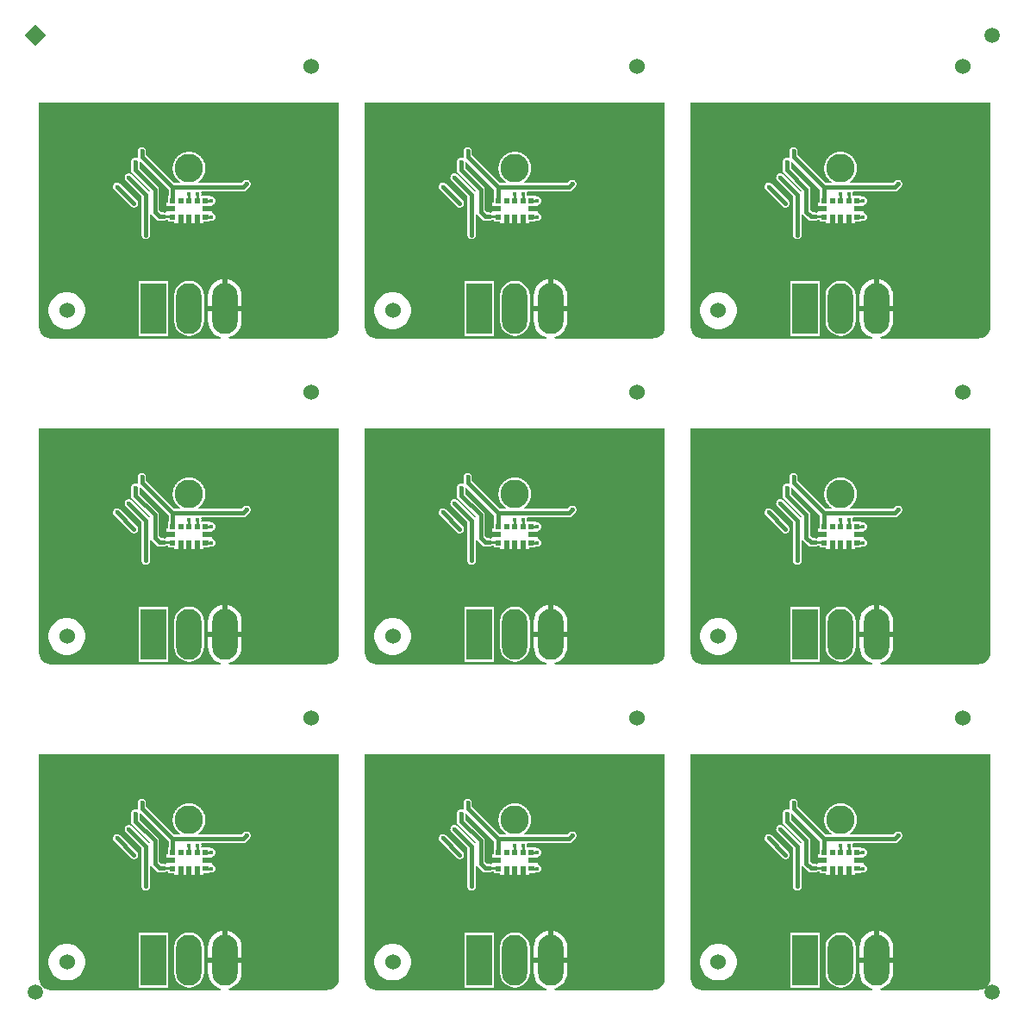
<source format=gtl>
G04*
G04 #@! TF.GenerationSoftware,Altium Limited,Altium Designer,23.2.1 (34)*
G04*
G04 Layer_Physical_Order=1*
G04 Layer_Color=255*
%FSAX44Y44*%
%MOMM*%
G71*
G04*
G04 #@! TF.SameCoordinates,AAD7112A-FC18-4F3B-BB33-003CACF6D59D*
G04*
G04*
G04 #@! TF.FilePolarity,Positive*
G04*
G01*
G75*
%ADD10P,2.1213X4X180.0*%
%ADD11C,1.5000*%
%ADD12C,0.4500*%
%ADD13R,0.5000X0.5000*%
%ADD14C,0.4064*%
%ADD15C,0.2540*%
%ADD16C,1.5240*%
%ADD17O,2.5000X5.0000*%
%ADD18R,2.5000X5.0000*%
%ADD19C,2.8000*%
%ADD20C,0.4000*%
G36*
X00968529Y00683835D02*
X00968544Y00683760D01*
X00968148Y00680748D01*
X00966956Y00677871D01*
X00965061Y00675401D01*
X00962590Y00673505D01*
X00959713Y00672314D01*
X00957840Y00672067D01*
X00956626Y00671932D01*
X00955365Y00671932D01*
X00860360D01*
X00860172Y00673202D01*
X00862383Y00673873D01*
X00865216Y00675387D01*
X00867700Y00677425D01*
X00869738Y00679909D01*
X00871252Y00682742D01*
X00872185Y00685817D01*
X00872500Y00689014D01*
Y00698974D01*
X00839722D01*
Y00689014D01*
X00840037Y00685817D01*
X00840969Y00682742D01*
X00842484Y00679909D01*
X00844522Y00677425D01*
X00847006Y00675387D01*
X00849839Y00673873D01*
X00852050Y00673202D01*
X00851862Y00671932D01*
X00685595D01*
X00685521Y00671917D01*
X00682508Y00672314D01*
X00679631Y00673505D01*
X00677161Y00675401D01*
X00675266Y00677871D01*
X00674074Y00680748D01*
X00673678Y00683760D01*
X00673692Y00683835D01*
Y00903376D01*
X00968529D01*
Y00683835D01*
D02*
G37*
G36*
X00648529D02*
X00648544Y00683760D01*
X00648147Y00680748D01*
X00646956Y00677871D01*
X00645060Y00675401D01*
X00642590Y00673505D01*
X00639713Y00672314D01*
X00637840Y00672067D01*
X00636626Y00671932D01*
X00635364Y00671932D01*
X00540360D01*
X00540171Y00673202D01*
X00542382Y00673873D01*
X00545216Y00675387D01*
X00547699Y00677425D01*
X00549737Y00679909D01*
X00551252Y00682742D01*
X00552184Y00685817D01*
X00552499Y00689014D01*
Y00698974D01*
X00519721D01*
Y00689014D01*
X00520037Y00685817D01*
X00520969Y00682742D01*
X00522484Y00679909D01*
X00524522Y00677425D01*
X00527005Y00675387D01*
X00529839Y00673873D01*
X00532050Y00673202D01*
X00531861Y00671932D01*
X00365595D01*
X00365520Y00671917D01*
X00362508Y00672314D01*
X00359631Y00673505D01*
X00357161Y00675401D01*
X00355265Y00677871D01*
X00354074Y00680748D01*
X00353677Y00683760D01*
X00353692Y00683835D01*
Y00903376D01*
X00648529D01*
Y00683835D01*
D02*
G37*
G36*
X00328529D02*
X00328544Y00683760D01*
X00328147Y00680748D01*
X00326955Y00677871D01*
X00325060Y00675401D01*
X00322590Y00673505D01*
X00319713Y00672314D01*
X00317840Y00672067D01*
X00316626Y00671932D01*
X00315364Y00671932D01*
X00220359D01*
X00220171Y00673202D01*
X00222382Y00673873D01*
X00225215Y00675387D01*
X00227699Y00677425D01*
X00229737Y00679909D01*
X00231252Y00682742D01*
X00232184Y00685817D01*
X00232499Y00689014D01*
Y00698974D01*
X00199721D01*
Y00689014D01*
X00200036Y00685817D01*
X00200969Y00682742D01*
X00202483Y00679909D01*
X00204521Y00677425D01*
X00207005Y00675387D01*
X00209838Y00673873D01*
X00212049Y00673202D01*
X00211861Y00671932D01*
X00045595D01*
X00045520Y00671917D01*
X00042508Y00672314D01*
X00039631Y00673505D01*
X00037160Y00675401D01*
X00035265Y00677871D01*
X00034073Y00680748D01*
X00033677Y00683760D01*
X00033692Y00683835D01*
Y00903376D01*
X00328529D01*
Y00683835D01*
D02*
G37*
G36*
X00968529Y00363835D02*
X00968544Y00363760D01*
X00968148Y00360748D01*
X00966956Y00357871D01*
X00965061Y00355401D01*
X00962590Y00353505D01*
X00959713Y00352313D01*
X00957840Y00352067D01*
X00956626Y00351932D01*
X00955365Y00351932D01*
X00860360D01*
X00860172Y00353202D01*
X00862383Y00353872D01*
X00865216Y00355387D01*
X00867700Y00357425D01*
X00869738Y00359909D01*
X00871252Y00362742D01*
X00872185Y00365816D01*
X00872500Y00369014D01*
Y00378974D01*
X00839722D01*
Y00369014D01*
X00840037Y00365816D01*
X00840969Y00362742D01*
X00842484Y00359909D01*
X00844522Y00357425D01*
X00847006Y00355387D01*
X00849839Y00353872D01*
X00852050Y00353202D01*
X00851862Y00351932D01*
X00685595D01*
X00685521Y00351917D01*
X00682508Y00352313D01*
X00679631Y00353505D01*
X00677161Y00355401D01*
X00675266Y00357871D01*
X00674074Y00360748D01*
X00673678Y00363760D01*
X00673692Y00363835D01*
Y00583376D01*
X00968529D01*
Y00363835D01*
D02*
G37*
G36*
X00648529D02*
X00648544Y00363760D01*
X00648147Y00360748D01*
X00646956Y00357871D01*
X00645060Y00355401D01*
X00642590Y00353505D01*
X00639713Y00352313D01*
X00637840Y00352067D01*
X00636626Y00351932D01*
X00635364Y00351932D01*
X00540360D01*
X00540171Y00353202D01*
X00542382Y00353872D01*
X00545216Y00355387D01*
X00547699Y00357425D01*
X00549737Y00359909D01*
X00551252Y00362742D01*
X00552184Y00365816D01*
X00552499Y00369014D01*
Y00378974D01*
X00519721D01*
Y00369014D01*
X00520037Y00365816D01*
X00520969Y00362742D01*
X00522484Y00359909D01*
X00524522Y00357425D01*
X00527005Y00355387D01*
X00529839Y00353872D01*
X00532050Y00353202D01*
X00531861Y00351932D01*
X00365595D01*
X00365520Y00351917D01*
X00362508Y00352313D01*
X00359631Y00353505D01*
X00357161Y00355401D01*
X00355265Y00357871D01*
X00354074Y00360748D01*
X00353677Y00363760D01*
X00353692Y00363835D01*
Y00583376D01*
X00648529D01*
Y00363835D01*
D02*
G37*
G36*
X00328529D02*
X00328544Y00363760D01*
X00328147Y00360748D01*
X00326955Y00357871D01*
X00325060Y00355401D01*
X00322590Y00353505D01*
X00319713Y00352313D01*
X00317840Y00352067D01*
X00316626Y00351932D01*
X00315364Y00351932D01*
X00220359D01*
X00220171Y00353202D01*
X00222382Y00353872D01*
X00225215Y00355387D01*
X00227699Y00357425D01*
X00229737Y00359909D01*
X00231252Y00362742D01*
X00232184Y00365816D01*
X00232499Y00369014D01*
Y00378974D01*
X00199721D01*
Y00369014D01*
X00200036Y00365816D01*
X00200969Y00362742D01*
X00202483Y00359909D01*
X00204521Y00357425D01*
X00207005Y00355387D01*
X00209838Y00353872D01*
X00212049Y00353202D01*
X00211861Y00351932D01*
X00045595D01*
X00045520Y00351917D01*
X00042508Y00352313D01*
X00039631Y00353505D01*
X00037160Y00355401D01*
X00035265Y00357871D01*
X00034073Y00360748D01*
X00033677Y00363760D01*
X00033692Y00363835D01*
Y00583376D01*
X00328529D01*
Y00363835D01*
D02*
G37*
G36*
X00968529Y00043835D02*
X00968544Y00043760D01*
X00968148Y00040747D01*
X00966956Y00037871D01*
X00965061Y00035400D01*
X00962590Y00033505D01*
X00959713Y00032313D01*
X00957840Y00032067D01*
X00956626Y00031932D01*
X00955365Y00031932D01*
X00860360D01*
X00860172Y00033201D01*
X00862383Y00033872D01*
X00865216Y00035387D01*
X00867700Y00037425D01*
X00869738Y00039908D01*
X00871252Y00042742D01*
X00872185Y00045816D01*
X00872500Y00049014D01*
Y00058974D01*
X00839722D01*
Y00049014D01*
X00840037Y00045816D01*
X00840969Y00042742D01*
X00842484Y00039908D01*
X00844522Y00037425D01*
X00847006Y00035387D01*
X00849839Y00033872D01*
X00852050Y00033201D01*
X00851862Y00031932D01*
X00685595D01*
X00685521Y00031917D01*
X00682508Y00032313D01*
X00679631Y00033505D01*
X00677161Y00035400D01*
X00675266Y00037871D01*
X00674074Y00040747D01*
X00673678Y00043760D01*
X00673692Y00043835D01*
Y00263375D01*
X00968529D01*
Y00043835D01*
D02*
G37*
G36*
X00648529D02*
X00648544Y00043760D01*
X00648147Y00040747D01*
X00646956Y00037871D01*
X00645060Y00035400D01*
X00642590Y00033505D01*
X00639713Y00032313D01*
X00637840Y00032067D01*
X00636626Y00031932D01*
X00635364Y00031932D01*
X00540360D01*
X00540171Y00033201D01*
X00542382Y00033872D01*
X00545216Y00035387D01*
X00547699Y00037425D01*
X00549737Y00039908D01*
X00551252Y00042742D01*
X00552184Y00045816D01*
X00552499Y00049014D01*
Y00058974D01*
X00519721D01*
Y00049014D01*
X00520037Y00045816D01*
X00520969Y00042742D01*
X00522484Y00039908D01*
X00524522Y00037425D01*
X00527005Y00035387D01*
X00529839Y00033872D01*
X00532050Y00033201D01*
X00531861Y00031932D01*
X00365595D01*
X00365520Y00031917D01*
X00362508Y00032313D01*
X00359631Y00033505D01*
X00357161Y00035400D01*
X00355265Y00037871D01*
X00354074Y00040747D01*
X00353677Y00043760D01*
X00353692Y00043835D01*
Y00263375D01*
X00648529D01*
Y00043835D01*
D02*
G37*
G36*
X00328529D02*
X00328544Y00043760D01*
X00328147Y00040747D01*
X00326955Y00037871D01*
X00325060Y00035400D01*
X00322590Y00033505D01*
X00319713Y00032313D01*
X00317840Y00032067D01*
X00316626Y00031932D01*
X00315364Y00031932D01*
X00220359D01*
X00220171Y00033201D01*
X00222382Y00033872D01*
X00225215Y00035387D01*
X00227699Y00037425D01*
X00229737Y00039908D01*
X00231252Y00042742D01*
X00232184Y00045816D01*
X00232499Y00049014D01*
Y00058974D01*
X00199721D01*
Y00049014D01*
X00200036Y00045816D01*
X00200969Y00042742D01*
X00202483Y00039908D01*
X00204521Y00037425D01*
X00207005Y00035387D01*
X00209838Y00033872D01*
X00212049Y00033201D01*
X00211861Y00031932D01*
X00045595D01*
X00045520Y00031917D01*
X00042508Y00032313D01*
X00039631Y00033505D01*
X00037160Y00035400D01*
X00035265Y00037871D01*
X00034073Y00040747D01*
X00033677Y00043760D01*
X00033692Y00043835D01*
Y00263375D01*
X00328529D01*
Y00043835D01*
D02*
G37*
%LPC*%
G36*
X00774794Y00860024D02*
X00774232Y00859912D01*
X00773992D01*
X00773769Y00859820D01*
X00773208Y00859709D01*
X00772732Y00859391D01*
X00772510Y00859299D01*
X00772339Y00859128D01*
X00771864Y00858811D01*
X00771546Y00858335D01*
X00771376Y00858165D01*
X00771283Y00857942D01*
X00770965Y00857466D01*
X00770854Y00856905D01*
X00770762Y00856683D01*
Y00856442D01*
X00770650Y00855881D01*
Y00850193D01*
X00770670Y00850091D01*
X00770393Y00849743D01*
X00769561Y00849157D01*
X00769315Y00849206D01*
X00769093Y00849298D01*
X00768852D01*
X00768291Y00849409D01*
X00767730Y00849298D01*
X00767489D01*
X00767266Y00849206D01*
X00766705Y00849094D01*
X00766229Y00848776D01*
X00766007Y00848684D01*
X00765837Y00848514D01*
X00765361Y00848196D01*
X00765043Y00847720D01*
X00764873Y00847550D01*
X00764781Y00847327D01*
X00764463Y00846852D01*
X00764351Y00846290D01*
X00764259Y00846068D01*
Y00845827D01*
X00764147Y00845266D01*
Y00837693D01*
X00764463Y00836108D01*
X00765361Y00834763D01*
X00782971Y00817153D01*
X00782886Y00816621D01*
X00782095Y00816322D01*
X00781545Y00816281D01*
X00764871Y00832956D01*
X00764395Y00833274D01*
X00764225Y00833444D01*
X00764002Y00833536D01*
X00763527Y00833854D01*
X00762965Y00833966D01*
X00762743Y00834058D01*
X00762502D01*
X00761941Y00834169D01*
X00761380Y00834058D01*
X00761139D01*
X00760916Y00833966D01*
X00760355Y00833854D01*
X00759879Y00833536D01*
X00759657Y00833444D01*
X00759487Y00833274D01*
X00759011Y00832956D01*
X00758693Y00832480D01*
X00758523Y00832310D01*
X00758430Y00832087D01*
X00758113Y00831611D01*
X00758001Y00831050D01*
X00757909Y00830828D01*
Y00830587D01*
X00757797Y00830026D01*
X00757909Y00829465D01*
Y00829224D01*
X00758001Y00829001D01*
X00758113Y00828440D01*
X00758430Y00827964D01*
X00758523Y00827742D01*
X00758693Y00827572D01*
X00759011Y00827096D01*
X00774593Y00811513D01*
Y00774464D01*
X00774581Y00774434D01*
Y00774193D01*
X00774469Y00773632D01*
X00774581Y00773070D01*
Y00772830D01*
X00774673Y00772607D01*
X00774785Y00772046D01*
X00775103Y00771570D01*
X00775195Y00771348D01*
X00775365Y00771178D01*
X00775683Y00770702D01*
X00776159Y00770384D01*
X00776329Y00770213D01*
X00776551Y00770121D01*
X00777027Y00769803D01*
X00777588Y00769692D01*
X00777811Y00769600D01*
X00778052D01*
X00778613Y00769488D01*
X00779174Y00769600D01*
X00779415D01*
X00779637Y00769692D01*
X00780199Y00769803D01*
X00780674Y00770121D01*
X00780897Y00770213D01*
X00781067Y00770384D01*
X00781543Y00770702D01*
X00781667Y00770826D01*
X00781985Y00771302D01*
X00782031Y00771348D01*
X00782056Y00771408D01*
X00782565Y00772170D01*
X00782881Y00773756D01*
Y00793719D01*
X00784151Y00794105D01*
X00784556Y00793498D01*
X00789405Y00788649D01*
X00790749Y00787751D01*
X00792335Y00787436D01*
X00796334D01*
X00796895Y00787547D01*
X00797136D01*
X00797358Y00787639D01*
X00797919Y00787751D01*
X00798395Y00788069D01*
X00798466Y00788098D01*
X00800579D01*
Y00786818D01*
X00806801D01*
Y00785040D01*
X00810571D01*
Y00791350D01*
X00815651D01*
Y00785040D01*
X00818571D01*
Y00791350D01*
X00823651D01*
Y00785040D01*
X00826571D01*
Y00791350D01*
X00831651D01*
Y00785040D01*
X00835421D01*
Y00786779D01*
X00839611D01*
X00840404Y00786936D01*
X00841076Y00787385D01*
X00841264Y00787666D01*
X00842327Y00787226D01*
X00843931D01*
X00845413Y00787840D01*
X00846547Y00788974D01*
X00847160Y00790456D01*
Y00792060D01*
X00846547Y00793542D01*
X00845413Y00794676D01*
X00843931Y00795290D01*
X00843421D01*
Y00796810D01*
X00837111D01*
Y00801890D01*
X00843421D01*
Y00803134D01*
X00844023D01*
X00845505Y00803748D01*
X00846639Y00804882D01*
X00847253Y00806364D01*
Y00807968D01*
X00846639Y00809450D01*
X00845505Y00810584D01*
X00844023Y00811198D01*
X00842419D01*
X00841643Y00811716D01*
Y00811882D01*
X00833732D01*
X00833026Y00812938D01*
X00833166Y00813275D01*
Y00814879D01*
X00833071Y00815107D01*
X00833920Y00816377D01*
X00874356D01*
X00875941Y00816693D01*
X00877286Y00817591D01*
X00880441Y00820746D01*
X00880759Y00821222D01*
X00880929Y00821392D01*
X00881021Y00821614D01*
X00881339Y00822090D01*
X00881451Y00822651D01*
X00881543Y00822874D01*
Y00823115D01*
X00881654Y00823676D01*
X00881543Y00824237D01*
Y00824478D01*
X00881451Y00824700D01*
X00881339Y00825262D01*
X00881021Y00825737D01*
X00880929Y00825960D01*
X00880759Y00826130D01*
X00880441Y00826606D01*
X00879965Y00826924D01*
X00879795Y00827094D01*
X00879572Y00827186D01*
X00879097Y00827504D01*
X00878535Y00827616D01*
X00878313Y00827708D01*
X00878072D01*
X00877511Y00827819D01*
X00876950Y00827708D01*
X00876709D01*
X00876486Y00827616D01*
X00875925Y00827504D01*
X00875449Y00827186D01*
X00875227Y00827094D01*
X00875057Y00826924D01*
X00874581Y00826606D01*
X00872639Y00824664D01*
X00830339D01*
X00830021Y00825934D01*
X00830061Y00825956D01*
X00830673Y00826458D01*
X00831330Y00826898D01*
X00831890Y00827457D01*
X00832502Y00827959D01*
X00833004Y00828571D01*
X00833564Y00829131D01*
X00834003Y00829789D01*
X00834505Y00830400D01*
X00834878Y00831098D01*
X00835318Y00831756D01*
X00835621Y00832487D01*
X00835994Y00833186D01*
X00836224Y00833943D01*
X00836527Y00834674D01*
X00836681Y00835450D01*
X00836911Y00836208D01*
X00836988Y00836995D01*
X00837143Y00837771D01*
Y00838563D01*
X00837220Y00839350D01*
X00837143Y00840138D01*
Y00840929D01*
X00836988Y00841706D01*
X00836911Y00842493D01*
X00836681Y00843251D01*
X00836527Y00844027D01*
X00836224Y00844758D01*
X00835994Y00845515D01*
X00835621Y00846213D01*
X00835318Y00846944D01*
X00834878Y00847602D01*
X00834505Y00848300D01*
X00834003Y00848912D01*
X00833564Y00849570D01*
X00833004Y00850130D01*
X00832502Y00850742D01*
X00831890Y00851244D01*
X00831330Y00851803D01*
X00830673Y00852243D01*
X00830061Y00852745D01*
X00829363Y00853118D01*
X00828705Y00853558D01*
X00827974Y00853861D01*
X00827276Y00854234D01*
X00826518Y00854464D01*
X00825787Y00854766D01*
X00825011Y00854921D01*
X00824254Y00855150D01*
X00823466Y00855228D01*
X00822690Y00855382D01*
X00821898D01*
X00821111Y00855460D01*
X00820323Y00855382D01*
X00819532D01*
X00818755Y00855228D01*
X00817968Y00855150D01*
X00817211Y00854921D01*
X00816434Y00854766D01*
X00815703Y00854464D01*
X00814946Y00854234D01*
X00814248Y00853861D01*
X00813517Y00853558D01*
X00812859Y00853118D01*
X00812161Y00852745D01*
X00811549Y00852243D01*
X00810891Y00851803D01*
X00810331Y00851244D01*
X00809720Y00850742D01*
X00809217Y00850130D01*
X00808658Y00849570D01*
X00808218Y00848912D01*
X00807716Y00848300D01*
X00807343Y00847602D01*
X00806903Y00846944D01*
X00806601Y00846213D01*
X00806227Y00845515D01*
X00805998Y00844758D01*
X00805695Y00844027D01*
X00805540Y00843251D01*
X00805311Y00842493D01*
X00805233Y00841706D01*
X00805079Y00840929D01*
Y00840138D01*
X00805001Y00839350D01*
X00805079Y00838563D01*
Y00837771D01*
X00805233Y00836995D01*
X00805311Y00836208D01*
X00805540Y00835450D01*
X00805695Y00834674D01*
X00805998Y00833943D01*
X00806227Y00833186D01*
X00806601Y00832487D01*
X00806903Y00831756D01*
X00807343Y00831098D01*
X00807716Y00830400D01*
X00808218Y00829789D01*
X00808658Y00829131D01*
X00809217Y00828571D01*
X00809720Y00827959D01*
X00810331Y00827457D01*
X00810891Y00826898D01*
X00811549Y00826458D01*
X00812161Y00825956D01*
X00812201Y00825934D01*
X00811883Y00824664D01*
X00806182D01*
X00778937Y00851909D01*
Y00855881D01*
X00778826Y00856442D01*
Y00856683D01*
X00778734Y00856905D01*
X00778622Y00857466D01*
X00778304Y00857942D01*
X00778212Y00858165D01*
X00778042Y00858335D01*
X00777724Y00858811D01*
X00777248Y00859128D01*
X00777078Y00859299D01*
X00776855Y00859391D01*
X00776379Y00859709D01*
X00775818Y00859820D01*
X00775596Y00859912D01*
X00775355D01*
X00774794Y00860024D01*
D02*
G37*
G36*
X00750603Y00825187D02*
X00750514D01*
X00749953Y00825076D01*
X00749712D01*
X00749490Y00824983D01*
X00748929Y00824872D01*
X00748453Y00824554D01*
X00748230Y00824462D01*
X00748060Y00824292D01*
X00747584Y00823974D01*
X00747266Y00823498D01*
X00747096Y00823327D01*
X00747004Y00823105D01*
X00746686Y00822629D01*
X00746574Y00822068D01*
X00746482Y00821846D01*
Y00821605D01*
X00746371Y00821044D01*
X00746482Y00820482D01*
Y00820242D01*
X00746574Y00820019D01*
X00746686Y00819458D01*
X00747004Y00818982D01*
X00747096Y00818760D01*
X00747266Y00818589D01*
X00747584Y00818114D01*
X00747852Y00817935D01*
X00764091Y00801696D01*
X00764567Y00801378D01*
X00764737Y00801208D01*
X00764959Y00801115D01*
X00765435Y00800798D01*
X00765996Y00800686D01*
X00766219Y00800594D01*
X00766460D01*
X00767021Y00800482D01*
X00767582Y00800594D01*
X00767823D01*
X00768045Y00800686D01*
X00768606Y00800798D01*
X00769082Y00801115D01*
X00769305Y00801208D01*
X00769475Y00801378D01*
X00769951Y00801696D01*
X00770269Y00802172D01*
X00770439Y00802342D01*
X00770531Y00802564D01*
X00770849Y00803040D01*
X00770961Y00803601D01*
X00771053Y00803824D01*
Y00804065D01*
X00771164Y00804626D01*
X00771053Y00805187D01*
Y00805428D01*
X00770961Y00805650D01*
X00770849Y00806211D01*
X00770531Y00806687D01*
X00770439Y00806910D01*
X00770269Y00807080D01*
X00769951Y00807556D01*
X00753533Y00823974D01*
X00752189Y00824872D01*
X00751457Y00825017D01*
X00751316Y00825076D01*
X00751164D01*
X00750603Y00825187D01*
D02*
G37*
G36*
X00858651Y00730153D02*
Y00704054D01*
X00872500D01*
Y00714014D01*
X00872185Y00717211D01*
X00871252Y00720286D01*
X00869738Y00723119D01*
X00867700Y00725603D01*
X00865216Y00727641D01*
X00862383Y00729155D01*
X00859308Y00730088D01*
X00858651Y00730153D01*
D02*
G37*
G36*
X00853571D02*
X00852913Y00730088D01*
X00849839Y00729155D01*
X00847006Y00727641D01*
X00844522Y00725603D01*
X00842484Y00723119D01*
X00840969Y00720286D01*
X00840037Y00717211D01*
X00839722Y00714014D01*
Y00704054D01*
X00853571D01*
Y00730153D01*
D02*
G37*
G36*
X00702887Y00717382D02*
X00699334D01*
X00695851Y00716689D01*
X00692569Y00715330D01*
X00689616Y00713356D01*
X00687104Y00710845D01*
X00685131Y00707891D01*
X00683772Y00704610D01*
X00683079Y00701126D01*
Y00697574D01*
X00683772Y00694090D01*
X00685131Y00690808D01*
X00687104Y00687855D01*
X00689616Y00685343D01*
X00692569Y00683370D01*
X00695851Y00682011D01*
X00699334Y00681318D01*
X00702887D01*
X00706370Y00682011D01*
X00709652Y00683370D01*
X00712605Y00685343D01*
X00715117Y00687855D01*
X00717090Y00690808D01*
X00718449Y00694090D01*
X00719143Y00697574D01*
Y00701126D01*
X00718449Y00704610D01*
X00717090Y00707891D01*
X00715117Y00710845D01*
X00712605Y00713356D01*
X00709652Y00715330D01*
X00706370Y00716689D01*
X00702887Y00717382D01*
D02*
G37*
G36*
X00800643Y00728546D02*
X00771579D01*
Y00674482D01*
X00800643D01*
Y00728546D01*
D02*
G37*
G36*
X00821111Y00728671D02*
X00817317Y00728172D01*
X00813782Y00726708D01*
X00810746Y00724378D01*
X00808417Y00721343D01*
X00806953Y00717808D01*
X00806453Y00714014D01*
Y00689014D01*
X00806953Y00685220D01*
X00808417Y00681685D01*
X00810746Y00678650D01*
X00813782Y00676320D01*
X00817317Y00674856D01*
X00821111Y00674357D01*
X00824904Y00674856D01*
X00828439Y00676320D01*
X00831475Y00678650D01*
X00833804Y00681685D01*
X00835269Y00685220D01*
X00835768Y00689014D01*
Y00714014D01*
X00835269Y00717808D01*
X00833804Y00721343D01*
X00831475Y00724378D01*
X00828439Y00726708D01*
X00824904Y00728172D01*
X00821111Y00728671D01*
D02*
G37*
%LPD*%
G36*
X00800967Y00818159D02*
Y00811882D01*
X00800579D01*
Y00805660D01*
X00798801D01*
Y00801890D01*
X00805111D01*
Y00796810D01*
X00798801D01*
Y00796346D01*
X00798558Y00796087D01*
X00797531Y00795485D01*
X00797358Y00795519D01*
X00797136Y00795611D01*
X00796895D01*
X00796334Y00795723D01*
X00794051D01*
X00791629Y00798145D01*
Y00818498D01*
X00791314Y00820084D01*
X00790416Y00821428D01*
X00772434Y00839410D01*
Y00844896D01*
X00773373Y00845412D01*
X00773669Y00845458D01*
X00800967Y00818159D01*
D02*
G37*
G36*
X00840411Y00791350D02*
X00839611D01*
Y00788850D01*
X00834611D01*
Y00793850D01*
X00840411D01*
Y00791350D01*
D02*
G37*
%LPC*%
G36*
X00454793Y00860024D02*
X00454232Y00859912D01*
X00453991D01*
X00453769Y00859820D01*
X00453208Y00859709D01*
X00452732Y00859391D01*
X00452509Y00859299D01*
X00452339Y00859128D01*
X00451863Y00858811D01*
X00451545Y00858335D01*
X00451375Y00858165D01*
X00451283Y00857942D01*
X00450965Y00857466D01*
X00450854Y00856905D01*
X00450761Y00856683D01*
Y00856442D01*
X00450650Y00855881D01*
Y00850193D01*
X00450670Y00850091D01*
X00450393Y00849743D01*
X00449561Y00849157D01*
X00449315Y00849206D01*
X00449092Y00849298D01*
X00448852D01*
X00448290Y00849409D01*
X00447729Y00849298D01*
X00447489D01*
X00447266Y00849206D01*
X00446705Y00849094D01*
X00446229Y00848776D01*
X00446007Y00848684D01*
X00445836Y00848514D01*
X00445360Y00848196D01*
X00445043Y00847720D01*
X00444872Y00847550D01*
X00444780Y00847327D01*
X00444462Y00846852D01*
X00444351Y00846290D01*
X00444258Y00846068D01*
Y00845827D01*
X00444147Y00845266D01*
Y00837693D01*
X00444462Y00836108D01*
X00445360Y00834763D01*
X00462971Y00817153D01*
X00462886Y00816621D01*
X00462095Y00816322D01*
X00461545Y00816281D01*
X00444870Y00832956D01*
X00444395Y00833274D01*
X00444225Y00833444D01*
X00444002Y00833536D01*
X00443526Y00833854D01*
X00442965Y00833966D01*
X00442743Y00834058D01*
X00442502D01*
X00441940Y00834169D01*
X00441379Y00834058D01*
X00441138D01*
X00440916Y00833966D01*
X00440355Y00833854D01*
X00439879Y00833536D01*
X00439657Y00833444D01*
X00439486Y00833274D01*
X00439011Y00832956D01*
X00438693Y00832480D01*
X00438522Y00832310D01*
X00438430Y00832087D01*
X00438112Y00831611D01*
X00438001Y00831050D01*
X00437909Y00830828D01*
Y00830587D01*
X00437797Y00830026D01*
X00437909Y00829465D01*
Y00829224D01*
X00438001Y00829001D01*
X00438112Y00828440D01*
X00438430Y00827964D01*
X00438522Y00827742D01*
X00438693Y00827572D01*
X00439011Y00827096D01*
X00454593Y00811513D01*
Y00774464D01*
X00454581Y00774434D01*
Y00774193D01*
X00454469Y00773632D01*
X00454581Y00773070D01*
Y00772830D01*
X00454673Y00772607D01*
X00454784Y00772046D01*
X00455102Y00771570D01*
X00455194Y00771348D01*
X00455365Y00771178D01*
X00455683Y00770702D01*
X00456158Y00770384D01*
X00456329Y00770213D01*
X00456551Y00770121D01*
X00457027Y00769803D01*
X00457588Y00769692D01*
X00457811Y00769600D01*
X00458051D01*
X00458613Y00769488D01*
X00459174Y00769600D01*
X00459415D01*
X00459637Y00769692D01*
X00460198Y00769803D01*
X00460674Y00770121D01*
X00460896Y00770213D01*
X00461067Y00770384D01*
X00461543Y00770702D01*
X00461667Y00770826D01*
X00461985Y00771302D01*
X00462031Y00771348D01*
X00462056Y00771408D01*
X00462565Y00772170D01*
X00462880Y00773756D01*
Y00793719D01*
X00464150Y00794105D01*
X00464556Y00793498D01*
X00469405Y00788649D01*
X00470749Y00787751D01*
X00472335Y00787436D01*
X00476333D01*
X00476894Y00787547D01*
X00477135D01*
X00477358Y00787639D01*
X00477919Y00787751D01*
X00478395Y00788069D01*
X00478465Y00788098D01*
X00480578D01*
Y00786818D01*
X00486800D01*
Y00785040D01*
X00490570D01*
Y00791350D01*
X00495650D01*
Y00785040D01*
X00498571D01*
Y00791350D01*
X00503651D01*
Y00785040D01*
X00506571D01*
Y00791350D01*
X00511651D01*
Y00785040D01*
X00515420D01*
Y00786779D01*
X00519610D01*
X00520403Y00786936D01*
X00521076Y00787385D01*
X00521263Y00787666D01*
X00522326Y00787226D01*
X00523930D01*
X00525412Y00787840D01*
X00526546Y00788974D01*
X00527160Y00790456D01*
Y00792060D01*
X00526546Y00793542D01*
X00525412Y00794676D01*
X00523930Y00795290D01*
X00523420D01*
Y00796810D01*
X00517110D01*
Y00801890D01*
X00523420D01*
Y00803134D01*
X00524022D01*
X00525504Y00803748D01*
X00526639Y00804882D01*
X00527253Y00806364D01*
Y00807968D01*
X00526639Y00809450D01*
X00525504Y00810584D01*
X00524022Y00811198D01*
X00522419D01*
X00521642Y00811716D01*
Y00811882D01*
X00513731D01*
X00513026Y00812938D01*
X00513165Y00813275D01*
Y00814879D01*
X00513071Y00815107D01*
X00513919Y00816377D01*
X00554355D01*
X00555941Y00816693D01*
X00557285Y00817591D01*
X00560440Y00820746D01*
X00560758Y00821222D01*
X00560929Y00821392D01*
X00561021Y00821614D01*
X00561339Y00822090D01*
X00561450Y00822651D01*
X00561543Y00822874D01*
Y00823115D01*
X00561654Y00823676D01*
X00561543Y00824237D01*
Y00824478D01*
X00561450Y00824700D01*
X00561339Y00825262D01*
X00561021Y00825737D01*
X00560929Y00825960D01*
X00560758Y00826130D01*
X00560440Y00826606D01*
X00559965Y00826924D01*
X00559795Y00827094D01*
X00559572Y00827186D01*
X00559096Y00827504D01*
X00558535Y00827616D01*
X00558312Y00827708D01*
X00558072D01*
X00557510Y00827819D01*
X00556949Y00827708D01*
X00556708D01*
X00556486Y00827616D01*
X00555925Y00827504D01*
X00555449Y00827186D01*
X00555227Y00827094D01*
X00555056Y00826924D01*
X00554580Y00826606D01*
X00552639Y00824664D01*
X00510338D01*
X00510020Y00825934D01*
X00510060Y00825956D01*
X00510672Y00826458D01*
X00511330Y00826898D01*
X00511890Y00827457D01*
X00512502Y00827959D01*
X00513004Y00828571D01*
X00513563Y00829131D01*
X00514003Y00829789D01*
X00514505Y00830400D01*
X00514878Y00831098D01*
X00515318Y00831756D01*
X00515621Y00832487D01*
X00515994Y00833186D01*
X00516223Y00833943D01*
X00516526Y00834674D01*
X00516681Y00835450D01*
X00516911Y00836208D01*
X00516988Y00836995D01*
X00517142Y00837771D01*
Y00838563D01*
X00517220Y00839350D01*
X00517142Y00840138D01*
Y00840929D01*
X00516988Y00841706D01*
X00516911Y00842493D01*
X00516681Y00843251D01*
X00516526Y00844027D01*
X00516223Y00844758D01*
X00515994Y00845515D01*
X00515621Y00846213D01*
X00515318Y00846944D01*
X00514878Y00847602D01*
X00514505Y00848300D01*
X00514003Y00848912D01*
X00513563Y00849570D01*
X00513004Y00850130D01*
X00512502Y00850742D01*
X00511890Y00851244D01*
X00511330Y00851803D01*
X00510672Y00852243D01*
X00510060Y00852745D01*
X00509362Y00853118D01*
X00508704Y00853558D01*
X00507973Y00853861D01*
X00507275Y00854234D01*
X00506518Y00854464D01*
X00505787Y00854766D01*
X00505010Y00854921D01*
X00504253Y00855150D01*
X00503466Y00855228D01*
X00502690Y00855382D01*
X00501898D01*
X00501110Y00855460D01*
X00500323Y00855382D01*
X00499531D01*
X00498755Y00855228D01*
X00497968Y00855150D01*
X00497210Y00854921D01*
X00496434Y00854766D01*
X00495703Y00854464D01*
X00494946Y00854234D01*
X00494248Y00853861D01*
X00493517Y00853558D01*
X00492859Y00853118D01*
X00492160Y00852745D01*
X00491549Y00852243D01*
X00490891Y00851803D01*
X00490331Y00851244D01*
X00489719Y00850742D01*
X00489217Y00850130D01*
X00488658Y00849570D01*
X00488218Y00848912D01*
X00487716Y00848300D01*
X00487343Y00847602D01*
X00486903Y00846944D01*
X00486600Y00846213D01*
X00486227Y00845515D01*
X00485997Y00844758D01*
X00485695Y00844027D01*
X00485540Y00843251D01*
X00485310Y00842493D01*
X00485233Y00841706D01*
X00485079Y00840929D01*
Y00840138D01*
X00485001Y00839350D01*
X00485079Y00838563D01*
Y00837771D01*
X00485233Y00836995D01*
X00485310Y00836208D01*
X00485540Y00835450D01*
X00485695Y00834674D01*
X00485997Y00833943D01*
X00486227Y00833186D01*
X00486600Y00832487D01*
X00486903Y00831756D01*
X00487343Y00831098D01*
X00487716Y00830400D01*
X00488218Y00829789D01*
X00488658Y00829131D01*
X00489217Y00828571D01*
X00489719Y00827959D01*
X00490331Y00827457D01*
X00490891Y00826898D01*
X00491549Y00826458D01*
X00492160Y00825956D01*
X00492201Y00825934D01*
X00491883Y00824664D01*
X00486182D01*
X00458937Y00851909D01*
Y00855881D01*
X00458825Y00856442D01*
Y00856683D01*
X00458733Y00856905D01*
X00458622Y00857466D01*
X00458304Y00857942D01*
X00458212Y00858165D01*
X00458041Y00858335D01*
X00457723Y00858811D01*
X00457248Y00859128D01*
X00457077Y00859299D01*
X00456855Y00859391D01*
X00456379Y00859709D01*
X00455818Y00859820D01*
X00455595Y00859912D01*
X00455355D01*
X00454793Y00860024D01*
D02*
G37*
G36*
X00430603Y00825187D02*
X00430514D01*
X00429953Y00825076D01*
X00429712D01*
X00429490Y00824983D01*
X00428928Y00824872D01*
X00428452Y00824554D01*
X00428230Y00824462D01*
X00428060Y00824292D01*
X00427584Y00823974D01*
X00427266Y00823498D01*
X00427096Y00823327D01*
X00427004Y00823105D01*
X00426686Y00822629D01*
X00426574Y00822068D01*
X00426482Y00821846D01*
Y00821605D01*
X00426370Y00821044D01*
X00426482Y00820482D01*
Y00820242D01*
X00426574Y00820019D01*
X00426686Y00819458D01*
X00427004Y00818982D01*
X00427096Y00818760D01*
X00427266Y00818589D01*
X00427584Y00818114D01*
X00427851Y00817935D01*
X00444090Y00801696D01*
X00444566Y00801378D01*
X00444737Y00801208D01*
X00444959Y00801115D01*
X00445435Y00800798D01*
X00445996Y00800686D01*
X00446218Y00800594D01*
X00446459D01*
X00447020Y00800482D01*
X00447582Y00800594D01*
X00447822D01*
X00448045Y00800686D01*
X00448606Y00800798D01*
X00449082Y00801115D01*
X00449305Y00801208D01*
X00449475Y00801378D01*
X00449950Y00801696D01*
X00450268Y00802172D01*
X00450439Y00802342D01*
X00450531Y00802564D01*
X00450849Y00803040D01*
X00450960Y00803601D01*
X00451053Y00803824D01*
Y00804065D01*
X00451164Y00804626D01*
X00451053Y00805187D01*
Y00805428D01*
X00450960Y00805650D01*
X00450849Y00806211D01*
X00450531Y00806687D01*
X00450439Y00806910D01*
X00450268Y00807080D01*
X00449950Y00807556D01*
X00433533Y00823974D01*
X00432188Y00824872D01*
X00431456Y00825017D01*
X00431316Y00825076D01*
X00431164D01*
X00430603Y00825187D01*
D02*
G37*
G36*
X00538651Y00730153D02*
Y00704054D01*
X00552499D01*
Y00714014D01*
X00552184Y00717211D01*
X00551252Y00720286D01*
X00549737Y00723119D01*
X00547699Y00725603D01*
X00545216Y00727641D01*
X00542382Y00729155D01*
X00539308Y00730088D01*
X00538651Y00730153D01*
D02*
G37*
G36*
X00533571D02*
X00532913Y00730088D01*
X00529839Y00729155D01*
X00527005Y00727641D01*
X00524522Y00725603D01*
X00522484Y00723119D01*
X00520969Y00720286D01*
X00520037Y00717211D01*
X00519721Y00714014D01*
Y00704054D01*
X00533571D01*
Y00730153D01*
D02*
G37*
G36*
X00382886Y00717382D02*
X00379334D01*
X00375850Y00716689D01*
X00372569Y00715330D01*
X00369616Y00713356D01*
X00367104Y00710845D01*
X00365131Y00707891D01*
X00363771Y00704610D01*
X00363078Y00701126D01*
Y00697574D01*
X00363771Y00694090D01*
X00365131Y00690808D01*
X00367104Y00687855D01*
X00369616Y00685343D01*
X00372569Y00683370D01*
X00375850Y00682011D01*
X00379334Y00681318D01*
X00382886D01*
X00386370Y00682011D01*
X00389652Y00683370D01*
X00392605Y00685343D01*
X00395117Y00687855D01*
X00397090Y00690808D01*
X00398449Y00694090D01*
X00399142Y00697574D01*
Y00701126D01*
X00398449Y00704610D01*
X00397090Y00707891D01*
X00395117Y00710845D01*
X00392605Y00713356D01*
X00389652Y00715330D01*
X00386370Y00716689D01*
X00382886Y00717382D01*
D02*
G37*
G36*
X00480642Y00728546D02*
X00451578D01*
Y00674482D01*
X00480642D01*
Y00728546D01*
D02*
G37*
G36*
X00501110Y00728671D02*
X00497317Y00728172D01*
X00493782Y00726708D01*
X00490746Y00724378D01*
X00488417Y00721343D01*
X00486953Y00717808D01*
X00486453Y00714014D01*
Y00689014D01*
X00486953Y00685220D01*
X00488417Y00681685D01*
X00490746Y00678650D01*
X00493782Y00676320D01*
X00497317Y00674856D01*
X00501110Y00674357D01*
X00504904Y00674856D01*
X00508439Y00676320D01*
X00511475Y00678650D01*
X00513804Y00681685D01*
X00515268Y00685220D01*
X00515768Y00689014D01*
Y00714014D01*
X00515268Y00717808D01*
X00513804Y00721343D01*
X00511475Y00724378D01*
X00508439Y00726708D01*
X00504904Y00728172D01*
X00501110Y00728671D01*
D02*
G37*
%LPD*%
G36*
X00480967Y00818159D02*
Y00811882D01*
X00480578D01*
Y00805660D01*
X00478801D01*
Y00801890D01*
X00485111D01*
Y00796810D01*
X00478801D01*
Y00796346D01*
X00478557Y00796087D01*
X00477531Y00795485D01*
X00477358Y00795519D01*
X00477135Y00795611D01*
X00476894D01*
X00476333Y00795723D01*
X00474051D01*
X00471629Y00798145D01*
Y00818498D01*
X00471314Y00820084D01*
X00470416Y00821428D01*
X00452434Y00839410D01*
Y00844896D01*
X00453373Y00845412D01*
X00453669Y00845458D01*
X00480967Y00818159D01*
D02*
G37*
G36*
X00520410Y00791350D02*
X00519610D01*
Y00788850D01*
X00514610D01*
Y00793850D01*
X00520410D01*
Y00791350D01*
D02*
G37*
%LPC*%
G36*
X00134793Y00860024D02*
X00134232Y00859912D01*
X00133991D01*
X00133769Y00859820D01*
X00133207Y00859709D01*
X00132732Y00859391D01*
X00132509Y00859299D01*
X00132339Y00859128D01*
X00131863Y00858811D01*
X00131545Y00858335D01*
X00131375Y00858165D01*
X00131283Y00857942D01*
X00130965Y00857466D01*
X00130853Y00856905D01*
X00130761Y00856683D01*
Y00856442D01*
X00130649Y00855881D01*
Y00850193D01*
X00130670Y00850091D01*
X00130392Y00849743D01*
X00129561Y00849157D01*
X00129315Y00849206D01*
X00129092Y00849298D01*
X00128851D01*
X00128290Y00849409D01*
X00127729Y00849298D01*
X00127488D01*
X00127266Y00849206D01*
X00126705Y00849094D01*
X00126229Y00848776D01*
X00126006Y00848684D01*
X00125836Y00848514D01*
X00125360Y00848196D01*
X00125042Y00847720D01*
X00124872Y00847550D01*
X00124780Y00847327D01*
X00124462Y00846852D01*
X00124350Y00846290D01*
X00124258Y00846068D01*
Y00845827D01*
X00124147Y00845266D01*
Y00837693D01*
X00124462Y00836108D01*
X00125360Y00834763D01*
X00142971Y00817153D01*
X00142885Y00816621D01*
X00142095Y00816322D01*
X00141545Y00816281D01*
X00124870Y00832956D01*
X00124394Y00833274D01*
X00124224Y00833444D01*
X00124002Y00833536D01*
X00123526Y00833854D01*
X00122965Y00833966D01*
X00122742Y00834058D01*
X00122501D01*
X00121940Y00834169D01*
X00121379Y00834058D01*
X00121138D01*
X00120916Y00833966D01*
X00120354Y00833854D01*
X00119879Y00833536D01*
X00119656Y00833444D01*
X00119486Y00833274D01*
X00119010Y00832956D01*
X00118692Y00832480D01*
X00118522Y00832310D01*
X00118430Y00832087D01*
X00118112Y00831611D01*
X00118000Y00831050D01*
X00117908Y00830828D01*
Y00830587D01*
X00117797Y00830026D01*
X00117908Y00829465D01*
Y00829224D01*
X00118000Y00829001D01*
X00118112Y00828440D01*
X00118430Y00827964D01*
X00118522Y00827742D01*
X00118692Y00827572D01*
X00119010Y00827096D01*
X00134593Y00811513D01*
Y00774464D01*
X00134580Y00774434D01*
Y00774193D01*
X00134469Y00773632D01*
X00134580Y00773070D01*
Y00772830D01*
X00134672Y00772607D01*
X00134784Y00772046D01*
X00135102Y00771570D01*
X00135194Y00771348D01*
X00135364Y00771178D01*
X00135682Y00770702D01*
X00136158Y00770384D01*
X00136328Y00770213D01*
X00136551Y00770121D01*
X00137027Y00769803D01*
X00137588Y00769692D01*
X00137810Y00769600D01*
X00138051D01*
X00138612Y00769488D01*
X00139173Y00769600D01*
X00139414D01*
X00139637Y00769692D01*
X00140198Y00769803D01*
X00140674Y00770121D01*
X00140896Y00770213D01*
X00141067Y00770384D01*
X00141542Y00770702D01*
X00141666Y00770826D01*
X00141984Y00771302D01*
X00142030Y00771348D01*
X00142055Y00771408D01*
X00142565Y00772170D01*
X00142880Y00773756D01*
Y00793719D01*
X00144150Y00794105D01*
X00144555Y00793498D01*
X00149404Y00788649D01*
X00150749Y00787751D01*
X00152334Y00787436D01*
X00156333D01*
X00156894Y00787547D01*
X00157135D01*
X00157357Y00787639D01*
X00157919Y00787751D01*
X00158394Y00788069D01*
X00158465Y00788098D01*
X00160578D01*
Y00786818D01*
X00166800D01*
Y00785040D01*
X00170570D01*
Y00791350D01*
X00175650D01*
Y00785040D01*
X00178570D01*
Y00791350D01*
X00183650D01*
Y00785040D01*
X00186570D01*
Y00791350D01*
X00191650D01*
Y00785040D01*
X00195420D01*
Y00786779D01*
X00199610D01*
X00200403Y00786936D01*
X00201075Y00787385D01*
X00201263Y00787666D01*
X00202326Y00787226D01*
X00203930D01*
X00205412Y00787840D01*
X00206546Y00788974D01*
X00207160Y00790456D01*
Y00792060D01*
X00206546Y00793542D01*
X00205412Y00794676D01*
X00203930Y00795290D01*
X00203420D01*
Y00796810D01*
X00197110D01*
Y00801890D01*
X00203420D01*
Y00803134D01*
X00204022D01*
X00205504Y00803748D01*
X00206638Y00804882D01*
X00207252Y00806364D01*
Y00807968D01*
X00206638Y00809450D01*
X00205504Y00810584D01*
X00204022Y00811198D01*
X00202418D01*
X00201642Y00811716D01*
Y00811882D01*
X00193731D01*
X00193025Y00812938D01*
X00193165Y00813275D01*
Y00814879D01*
X00193071Y00815107D01*
X00193919Y00816377D01*
X00234355D01*
X00235941Y00816693D01*
X00237285Y00817591D01*
X00240440Y00820746D01*
X00240758Y00821222D01*
X00240928Y00821392D01*
X00241021Y00821614D01*
X00241338Y00822090D01*
X00241450Y00822651D01*
X00241542Y00822874D01*
Y00823115D01*
X00241654Y00823676D01*
X00241542Y00824237D01*
Y00824478D01*
X00241450Y00824700D01*
X00241338Y00825262D01*
X00241021Y00825737D01*
X00240928Y00825960D01*
X00240758Y00826130D01*
X00240440Y00826606D01*
X00239964Y00826924D01*
X00239794Y00827094D01*
X00239572Y00827186D01*
X00239096Y00827504D01*
X00238535Y00827616D01*
X00238312Y00827708D01*
X00238071D01*
X00237510Y00827819D01*
X00236949Y00827708D01*
X00236708D01*
X00236486Y00827616D01*
X00235924Y00827504D01*
X00235449Y00827186D01*
X00235226Y00827094D01*
X00235056Y00826924D01*
X00234580Y00826606D01*
X00232639Y00824664D01*
X00190338D01*
X00190020Y00825934D01*
X00190060Y00825956D01*
X00190672Y00826458D01*
X00191330Y00826898D01*
X00191889Y00827457D01*
X00192501Y00827959D01*
X00193004Y00828571D01*
X00193563Y00829131D01*
X00194003Y00829789D01*
X00194505Y00830400D01*
X00194878Y00831098D01*
X00195317Y00831756D01*
X00195620Y00832487D01*
X00195993Y00833186D01*
X00196223Y00833943D01*
X00196526Y00834674D01*
X00196681Y00835450D01*
X00196910Y00836208D01*
X00196988Y00836995D01*
X00197142Y00837771D01*
Y00838563D01*
X00197220Y00839350D01*
X00197142Y00840138D01*
Y00840929D01*
X00196988Y00841706D01*
X00196910Y00842493D01*
X00196681Y00843251D01*
X00196526Y00844027D01*
X00196223Y00844758D01*
X00195993Y00845515D01*
X00195620Y00846213D01*
X00195317Y00846944D01*
X00194878Y00847602D01*
X00194505Y00848300D01*
X00194003Y00848912D01*
X00193563Y00849570D01*
X00193004Y00850130D01*
X00192501Y00850742D01*
X00191889Y00851244D01*
X00191330Y00851803D01*
X00190672Y00852243D01*
X00190060Y00852745D01*
X00189362Y00853118D01*
X00188704Y00853558D01*
X00187973Y00853861D01*
X00187275Y00854234D01*
X00186518Y00854464D01*
X00185786Y00854766D01*
X00185010Y00854921D01*
X00184253Y00855150D01*
X00183465Y00855228D01*
X00182689Y00855382D01*
X00181898D01*
X00181110Y00855460D01*
X00180323Y00855382D01*
X00179531D01*
X00178755Y00855228D01*
X00177967Y00855150D01*
X00177210Y00854921D01*
X00176434Y00854766D01*
X00175703Y00854464D01*
X00174945Y00854234D01*
X00174247Y00853861D01*
X00173516Y00853558D01*
X00172858Y00853118D01*
X00172160Y00852745D01*
X00171548Y00852243D01*
X00170890Y00851803D01*
X00170331Y00851244D01*
X00169719Y00850742D01*
X00169217Y00850130D01*
X00168657Y00849570D01*
X00168218Y00848912D01*
X00167715Y00848300D01*
X00167342Y00847602D01*
X00166903Y00846944D01*
X00166600Y00846213D01*
X00166227Y00845515D01*
X00165997Y00844758D01*
X00165694Y00844027D01*
X00165540Y00843251D01*
X00165310Y00842493D01*
X00165233Y00841706D01*
X00165078Y00840929D01*
Y00840138D01*
X00165001Y00839350D01*
X00165078Y00838563D01*
Y00837771D01*
X00165233Y00836995D01*
X00165310Y00836208D01*
X00165540Y00835450D01*
X00165694Y00834674D01*
X00165997Y00833943D01*
X00166227Y00833186D01*
X00166600Y00832487D01*
X00166903Y00831756D01*
X00167342Y00831098D01*
X00167715Y00830400D01*
X00168218Y00829789D01*
X00168657Y00829131D01*
X00169217Y00828571D01*
X00169719Y00827959D01*
X00170331Y00827457D01*
X00170890Y00826898D01*
X00171548Y00826458D01*
X00172160Y00825956D01*
X00172200Y00825934D01*
X00171882Y00824664D01*
X00166182D01*
X00138937Y00851909D01*
Y00855881D01*
X00138825Y00856442D01*
Y00856683D01*
X00138733Y00856905D01*
X00138621Y00857466D01*
X00138303Y00857942D01*
X00138211Y00858165D01*
X00138041Y00858335D01*
X00137723Y00858811D01*
X00137247Y00859128D01*
X00137077Y00859299D01*
X00136854Y00859391D01*
X00136379Y00859709D01*
X00135817Y00859820D01*
X00135595Y00859912D01*
X00135354D01*
X00134793Y00860024D01*
D02*
G37*
G36*
X00110602Y00825187D02*
X00110514D01*
X00109952Y00825076D01*
X00109712D01*
X00109489Y00824983D01*
X00108928Y00824872D01*
X00108452Y00824554D01*
X00108230Y00824462D01*
X00108060Y00824292D01*
X00107584Y00823974D01*
X00107266Y00823498D01*
X00107095Y00823327D01*
X00107003Y00823105D01*
X00106685Y00822629D01*
X00106574Y00822068D01*
X00106482Y00821846D01*
Y00821605D01*
X00106370Y00821044D01*
X00106482Y00820482D01*
Y00820242D01*
X00106574Y00820019D01*
X00106685Y00819458D01*
X00107003Y00818982D01*
X00107095Y00818760D01*
X00107266Y00818589D01*
X00107584Y00818114D01*
X00107851Y00817935D01*
X00124090Y00801696D01*
X00124566Y00801378D01*
X00124736Y00801208D01*
X00124959Y00801115D01*
X00125435Y00800798D01*
X00125996Y00800686D01*
X00126218Y00800594D01*
X00126459D01*
X00127020Y00800482D01*
X00127581Y00800594D01*
X00127822D01*
X00128045Y00800686D01*
X00128606Y00800798D01*
X00129082Y00801115D01*
X00129304Y00801208D01*
X00129474Y00801378D01*
X00129950Y00801696D01*
X00130268Y00802172D01*
X00130438Y00802342D01*
X00130531Y00802564D01*
X00130848Y00803040D01*
X00130960Y00803601D01*
X00131052Y00803824D01*
Y00804065D01*
X00131164Y00804626D01*
X00131052Y00805187D01*
Y00805428D01*
X00130960Y00805650D01*
X00130848Y00806211D01*
X00130531Y00806687D01*
X00130438Y00806910D01*
X00130268Y00807080D01*
X00129950Y00807556D01*
X00113532Y00823974D01*
X00112188Y00824872D01*
X00111456Y00825017D01*
X00111316Y00825076D01*
X00111164D01*
X00110602Y00825187D01*
D02*
G37*
G36*
X00218650Y00730153D02*
Y00704054D01*
X00232499D01*
Y00714014D01*
X00232184Y00717211D01*
X00231252Y00720286D01*
X00229737Y00723119D01*
X00227699Y00725603D01*
X00225215Y00727641D01*
X00222382Y00729155D01*
X00219307Y00730088D01*
X00218650Y00730153D01*
D02*
G37*
G36*
X00213570D02*
X00212913Y00730088D01*
X00209838Y00729155D01*
X00207005Y00727641D01*
X00204521Y00725603D01*
X00202483Y00723119D01*
X00200969Y00720286D01*
X00200036Y00717211D01*
X00199721Y00714014D01*
Y00704054D01*
X00213570D01*
Y00730153D01*
D02*
G37*
G36*
X00062886Y00717382D02*
X00059334D01*
X00055850Y00716689D01*
X00052569Y00715330D01*
X00049615Y00713356D01*
X00047104Y00710845D01*
X00045130Y00707891D01*
X00043771Y00704610D01*
X00043078Y00701126D01*
Y00697574D01*
X00043771Y00694090D01*
X00045130Y00690808D01*
X00047104Y00687855D01*
X00049615Y00685343D01*
X00052569Y00683370D01*
X00055850Y00682011D01*
X00059334Y00681318D01*
X00062886D01*
X00066370Y00682011D01*
X00069651Y00683370D01*
X00072605Y00685343D01*
X00075116Y00687855D01*
X00077090Y00690808D01*
X00078449Y00694090D01*
X00079142Y00697574D01*
Y00701126D01*
X00078449Y00704610D01*
X00077090Y00707891D01*
X00075116Y00710845D01*
X00072605Y00713356D01*
X00069651Y00715330D01*
X00066370Y00716689D01*
X00062886Y00717382D01*
D02*
G37*
G36*
X00160642Y00728546D02*
X00131578D01*
Y00674482D01*
X00160642D01*
Y00728546D01*
D02*
G37*
G36*
X00181110Y00728671D02*
X00177316Y00728172D01*
X00173781Y00726708D01*
X00170746Y00724378D01*
X00168417Y00721343D01*
X00166952Y00717808D01*
X00166453Y00714014D01*
Y00689014D01*
X00166952Y00685220D01*
X00168417Y00681685D01*
X00170746Y00678650D01*
X00173781Y00676320D01*
X00177316Y00674856D01*
X00181110Y00674357D01*
X00184904Y00674856D01*
X00188439Y00676320D01*
X00191474Y00678650D01*
X00193804Y00681685D01*
X00195268Y00685220D01*
X00195768Y00689014D01*
Y00714014D01*
X00195268Y00717808D01*
X00193804Y00721343D01*
X00191474Y00724378D01*
X00188439Y00726708D01*
X00184904Y00728172D01*
X00181110Y00728671D01*
D02*
G37*
%LPD*%
G36*
X00160967Y00818159D02*
Y00811882D01*
X00160578D01*
Y00805660D01*
X00158800D01*
Y00801890D01*
X00165110D01*
Y00796810D01*
X00158800D01*
Y00796346D01*
X00158557Y00796087D01*
X00157530Y00795485D01*
X00157357Y00795519D01*
X00157135Y00795611D01*
X00156894D01*
X00156333Y00795723D01*
X00154051D01*
X00151629Y00798145D01*
Y00818498D01*
X00151313Y00820084D01*
X00150415Y00821428D01*
X00132434Y00839410D01*
Y00844896D01*
X00133373Y00845412D01*
X00133668Y00845458D01*
X00160967Y00818159D01*
D02*
G37*
G36*
X00200410Y00791350D02*
X00199610D01*
Y00788850D01*
X00194610D01*
Y00793850D01*
X00200410D01*
Y00791350D01*
D02*
G37*
%LPC*%
G36*
X00774794Y00540024D02*
X00774232Y00539912D01*
X00773992D01*
X00773769Y00539820D01*
X00773208Y00539709D01*
X00772732Y00539391D01*
X00772510Y00539299D01*
X00772339Y00539128D01*
X00771864Y00538810D01*
X00771546Y00538335D01*
X00771376Y00538164D01*
X00771283Y00537942D01*
X00770965Y00537466D01*
X00770854Y00536905D01*
X00770762Y00536682D01*
Y00536442D01*
X00770650Y00535880D01*
Y00530193D01*
X00770670Y00530091D01*
X00770393Y00529743D01*
X00769561Y00529156D01*
X00769315Y00529206D01*
X00769093Y00529298D01*
X00768852D01*
X00768291Y00529409D01*
X00767730Y00529298D01*
X00767489D01*
X00767266Y00529206D01*
X00766705Y00529094D01*
X00766229Y00528776D01*
X00766007Y00528684D01*
X00765837Y00528513D01*
X00765361Y00528196D01*
X00765043Y00527720D01*
X00764873Y00527550D01*
X00764781Y00527327D01*
X00764463Y00526851D01*
X00764351Y00526290D01*
X00764259Y00526068D01*
Y00525827D01*
X00764147Y00525266D01*
Y00517693D01*
X00764463Y00516107D01*
X00765361Y00514763D01*
X00782971Y00497153D01*
X00782886Y00496621D01*
X00782095Y00496322D01*
X00781545Y00496281D01*
X00764871Y00512956D01*
X00764395Y00513274D01*
X00764225Y00513444D01*
X00764002Y00513536D01*
X00763527Y00513854D01*
X00762965Y00513965D01*
X00762743Y00514058D01*
X00762502D01*
X00761941Y00514169D01*
X00761380Y00514058D01*
X00761139D01*
X00760916Y00513965D01*
X00760355Y00513854D01*
X00759879Y00513536D01*
X00759657Y00513444D01*
X00759487Y00513274D01*
X00759011Y00512956D01*
X00758693Y00512480D01*
X00758523Y00512310D01*
X00758430Y00512087D01*
X00758113Y00511611D01*
X00758001Y00511050D01*
X00757909Y00510828D01*
Y00510587D01*
X00757797Y00510026D01*
X00757909Y00509464D01*
Y00509224D01*
X00758001Y00509001D01*
X00758113Y00508440D01*
X00758430Y00507964D01*
X00758523Y00507742D01*
X00758693Y00507571D01*
X00759011Y00507096D01*
X00774593Y00491513D01*
Y00454464D01*
X00774581Y00454434D01*
Y00454193D01*
X00774469Y00453632D01*
X00774581Y00453070D01*
Y00452829D01*
X00774673Y00452607D01*
X00774785Y00452046D01*
X00775103Y00451570D01*
X00775195Y00451348D01*
X00775365Y00451177D01*
X00775683Y00450701D01*
X00776159Y00450383D01*
X00776329Y00450213D01*
X00776551Y00450121D01*
X00777027Y00449803D01*
X00777588Y00449692D01*
X00777811Y00449599D01*
X00778052D01*
X00778613Y00449488D01*
X00779174Y00449599D01*
X00779415D01*
X00779637Y00449692D01*
X00780199Y00449803D01*
X00780674Y00450121D01*
X00780897Y00450213D01*
X00781067Y00450383D01*
X00781543Y00450701D01*
X00781667Y00450826D01*
X00781985Y00451301D01*
X00782031Y00451348D01*
X00782056Y00451408D01*
X00782565Y00452170D01*
X00782881Y00453756D01*
Y00473719D01*
X00784151Y00474104D01*
X00784556Y00473498D01*
X00789405Y00468649D01*
X00790749Y00467751D01*
X00792335Y00467435D01*
X00796334D01*
X00796895Y00467547D01*
X00797136D01*
X00797358Y00467639D01*
X00797919Y00467751D01*
X00798395Y00468069D01*
X00798466Y00468098D01*
X00800579D01*
Y00466818D01*
X00806801D01*
Y00465040D01*
X00810571D01*
Y00471350D01*
X00815651D01*
Y00465040D01*
X00818571D01*
Y00471350D01*
X00823651D01*
Y00465040D01*
X00826571D01*
Y00471350D01*
X00831651D01*
Y00465040D01*
X00835421D01*
Y00466778D01*
X00839611D01*
X00840404Y00466936D01*
X00841076Y00467385D01*
X00841264Y00467666D01*
X00842327Y00467226D01*
X00843931D01*
X00845413Y00467840D01*
X00846547Y00468974D01*
X00847160Y00470456D01*
Y00472060D01*
X00846547Y00473542D01*
X00845413Y00474676D01*
X00843931Y00475290D01*
X00843421D01*
Y00476810D01*
X00837111D01*
Y00481890D01*
X00843421D01*
Y00483134D01*
X00844023D01*
X00845505Y00483747D01*
X00846639Y00484882D01*
X00847253Y00486364D01*
Y00487968D01*
X00846639Y00489450D01*
X00845505Y00490584D01*
X00844023Y00491198D01*
X00842419D01*
X00841643Y00491716D01*
Y00491882D01*
X00833732D01*
X00833026Y00492938D01*
X00833166Y00493275D01*
Y00494879D01*
X00833071Y00495107D01*
X00833920Y00496377D01*
X00874356D01*
X00875941Y00496692D01*
X00877286Y00497590D01*
X00880441Y00500746D01*
X00880759Y00501222D01*
X00880929Y00501392D01*
X00881021Y00501614D01*
X00881339Y00502090D01*
X00881451Y00502651D01*
X00881543Y00502874D01*
Y00503114D01*
X00881654Y00503676D01*
X00881543Y00504237D01*
Y00504478D01*
X00881451Y00504700D01*
X00881339Y00505261D01*
X00881021Y00505737D01*
X00880929Y00505960D01*
X00880759Y00506130D01*
X00880441Y00506606D01*
X00879965Y00506923D01*
X00879795Y00507094D01*
X00879572Y00507186D01*
X00879097Y00507504D01*
X00878535Y00507616D01*
X00878313Y00507708D01*
X00878072D01*
X00877511Y00507819D01*
X00876950Y00507708D01*
X00876709D01*
X00876486Y00507616D01*
X00875925Y00507504D01*
X00875449Y00507186D01*
X00875227Y00507094D01*
X00875057Y00506923D01*
X00874581Y00506606D01*
X00872639Y00504664D01*
X00830339D01*
X00830021Y00505934D01*
X00830061Y00505956D01*
X00830673Y00506458D01*
X00831330Y00506897D01*
X00831890Y00507457D01*
X00832502Y00507959D01*
X00833004Y00508571D01*
X00833564Y00509131D01*
X00834003Y00509788D01*
X00834505Y00510400D01*
X00834878Y00511098D01*
X00835318Y00511756D01*
X00835621Y00512487D01*
X00835994Y00513185D01*
X00836224Y00513943D01*
X00836527Y00514674D01*
X00836681Y00515450D01*
X00836911Y00516207D01*
X00836988Y00516995D01*
X00837143Y00517771D01*
Y00518563D01*
X00837220Y00519350D01*
X00837143Y00520138D01*
Y00520929D01*
X00836988Y00521706D01*
X00836911Y00522493D01*
X00836681Y00523250D01*
X00836527Y00524027D01*
X00836224Y00524758D01*
X00835994Y00525515D01*
X00835621Y00526213D01*
X00835318Y00526944D01*
X00834878Y00527602D01*
X00834505Y00528300D01*
X00834003Y00528912D01*
X00833564Y00529570D01*
X00833004Y00530130D01*
X00832502Y00530741D01*
X00831890Y00531244D01*
X00831330Y00531803D01*
X00830673Y00532243D01*
X00830061Y00532745D01*
X00829363Y00533118D01*
X00828705Y00533558D01*
X00827974Y00533860D01*
X00827276Y00534234D01*
X00826518Y00534463D01*
X00825787Y00534766D01*
X00825011Y00534921D01*
X00824254Y00535150D01*
X00823466Y00535228D01*
X00822690Y00535382D01*
X00821898D01*
X00821111Y00535460D01*
X00820323Y00535382D01*
X00819532D01*
X00818755Y00535228D01*
X00817968Y00535150D01*
X00817211Y00534921D01*
X00816434Y00534766D01*
X00815703Y00534463D01*
X00814946Y00534234D01*
X00814248Y00533860D01*
X00813517Y00533558D01*
X00812859Y00533118D01*
X00812161Y00532745D01*
X00811549Y00532243D01*
X00810891Y00531803D01*
X00810331Y00531244D01*
X00809720Y00530741D01*
X00809217Y00530130D01*
X00808658Y00529570D01*
X00808218Y00528912D01*
X00807716Y00528300D01*
X00807343Y00527602D01*
X00806903Y00526944D01*
X00806601Y00526213D01*
X00806227Y00525515D01*
X00805998Y00524758D01*
X00805695Y00524027D01*
X00805540Y00523250D01*
X00805311Y00522493D01*
X00805233Y00521706D01*
X00805079Y00520929D01*
Y00520138D01*
X00805001Y00519350D01*
X00805079Y00518563D01*
Y00517771D01*
X00805233Y00516995D01*
X00805311Y00516207D01*
X00805540Y00515450D01*
X00805695Y00514674D01*
X00805998Y00513943D01*
X00806227Y00513185D01*
X00806601Y00512487D01*
X00806903Y00511756D01*
X00807343Y00511098D01*
X00807716Y00510400D01*
X00808218Y00509788D01*
X00808658Y00509131D01*
X00809217Y00508571D01*
X00809720Y00507959D01*
X00810331Y00507457D01*
X00810891Y00506897D01*
X00811549Y00506458D01*
X00812161Y00505956D01*
X00812201Y00505934D01*
X00811883Y00504664D01*
X00806182D01*
X00778937Y00531909D01*
Y00535880D01*
X00778826Y00536442D01*
Y00536682D01*
X00778734Y00536905D01*
X00778622Y00537466D01*
X00778304Y00537942D01*
X00778212Y00538164D01*
X00778042Y00538335D01*
X00777724Y00538810D01*
X00777248Y00539128D01*
X00777078Y00539299D01*
X00776855Y00539391D01*
X00776379Y00539709D01*
X00775818Y00539820D01*
X00775596Y00539912D01*
X00775355D01*
X00774794Y00540024D01*
D02*
G37*
G36*
X00750603Y00505187D02*
X00750514D01*
X00749953Y00505075D01*
X00749712D01*
X00749490Y00504983D01*
X00748929Y00504872D01*
X00748453Y00504554D01*
X00748230Y00504462D01*
X00748060Y00504291D01*
X00747584Y00503973D01*
X00747266Y00503498D01*
X00747096Y00503327D01*
X00747004Y00503105D01*
X00746686Y00502629D01*
X00746574Y00502068D01*
X00746482Y00501845D01*
Y00501605D01*
X00746371Y00501043D01*
X00746482Y00500482D01*
Y00500241D01*
X00746574Y00500019D01*
X00746686Y00499458D01*
X00747004Y00498982D01*
X00747096Y00498759D01*
X00747266Y00498589D01*
X00747584Y00498113D01*
X00747852Y00497935D01*
X00764091Y00481696D01*
X00764567Y00481378D01*
X00764737Y00481208D01*
X00764959Y00481115D01*
X00765435Y00480797D01*
X00765996Y00480686D01*
X00766219Y00480594D01*
X00766460D01*
X00767021Y00480482D01*
X00767582Y00480594D01*
X00767823D01*
X00768045Y00480686D01*
X00768606Y00480797D01*
X00769082Y00481115D01*
X00769305Y00481208D01*
X00769475Y00481378D01*
X00769951Y00481696D01*
X00770269Y00482172D01*
X00770439Y00482342D01*
X00770531Y00482564D01*
X00770849Y00483040D01*
X00770961Y00483601D01*
X00771053Y00483824D01*
Y00484064D01*
X00771164Y00484626D01*
X00771053Y00485187D01*
Y00485428D01*
X00770961Y00485650D01*
X00770849Y00486211D01*
X00770531Y00486687D01*
X00770439Y00486910D01*
X00770269Y00487080D01*
X00769951Y00487556D01*
X00753533Y00503973D01*
X00752189Y00504872D01*
X00751457Y00505017D01*
X00751316Y00505075D01*
X00751164D01*
X00750603Y00505187D01*
D02*
G37*
G36*
X00858651Y00410153D02*
Y00384054D01*
X00872500D01*
Y00394014D01*
X00872185Y00397211D01*
X00871252Y00400285D01*
X00869738Y00403119D01*
X00867700Y00405602D01*
X00865216Y00407641D01*
X00862383Y00409155D01*
X00859308Y00410088D01*
X00858651Y00410153D01*
D02*
G37*
G36*
X00853571D02*
X00852913Y00410088D01*
X00849839Y00409155D01*
X00847006Y00407641D01*
X00844522Y00405602D01*
X00842484Y00403119D01*
X00840969Y00400285D01*
X00840037Y00397211D01*
X00839722Y00394014D01*
Y00384054D01*
X00853571D01*
Y00410153D01*
D02*
G37*
G36*
X00702887Y00397382D02*
X00699334D01*
X00695851Y00396689D01*
X00692569Y00395330D01*
X00689616Y00393356D01*
X00687104Y00390844D01*
X00685131Y00387891D01*
X00683772Y00384609D01*
X00683079Y00381126D01*
Y00377574D01*
X00683772Y00374090D01*
X00685131Y00370808D01*
X00687104Y00367855D01*
X00689616Y00365343D01*
X00692569Y00363370D01*
X00695851Y00362011D01*
X00699334Y00361318D01*
X00702887D01*
X00706370Y00362011D01*
X00709652Y00363370D01*
X00712605Y00365343D01*
X00715117Y00367855D01*
X00717090Y00370808D01*
X00718449Y00374090D01*
X00719143Y00377574D01*
Y00381126D01*
X00718449Y00384609D01*
X00717090Y00387891D01*
X00715117Y00390844D01*
X00712605Y00393356D01*
X00709652Y00395330D01*
X00706370Y00396689D01*
X00702887Y00397382D01*
D02*
G37*
G36*
X00800643Y00408546D02*
X00771579D01*
Y00354482D01*
X00800643D01*
Y00408546D01*
D02*
G37*
G36*
X00821111Y00408671D02*
X00817317Y00408172D01*
X00813782Y00406707D01*
X00810746Y00404378D01*
X00808417Y00401343D01*
X00806953Y00397807D01*
X00806453Y00394014D01*
Y00369014D01*
X00806953Y00365220D01*
X00808417Y00361685D01*
X00810746Y00358649D01*
X00813782Y00356320D01*
X00817317Y00354856D01*
X00821111Y00354356D01*
X00824904Y00354856D01*
X00828439Y00356320D01*
X00831475Y00358649D01*
X00833804Y00361685D01*
X00835269Y00365220D01*
X00835768Y00369014D01*
Y00394014D01*
X00835269Y00397807D01*
X00833804Y00401343D01*
X00831475Y00404378D01*
X00828439Y00406707D01*
X00824904Y00408172D01*
X00821111Y00408671D01*
D02*
G37*
%LPD*%
G36*
X00800967Y00498159D02*
Y00491882D01*
X00800579D01*
Y00485660D01*
X00798801D01*
Y00481890D01*
X00805111D01*
Y00476810D01*
X00798801D01*
Y00476346D01*
X00798558Y00476087D01*
X00797531Y00475484D01*
X00797358Y00475519D01*
X00797136Y00475611D01*
X00796895D01*
X00796334Y00475723D01*
X00794051D01*
X00791629Y00478144D01*
Y00498498D01*
X00791314Y00500084D01*
X00790416Y00501428D01*
X00772434Y00519409D01*
Y00524896D01*
X00773373Y00525412D01*
X00773669Y00525457D01*
X00800967Y00498159D01*
D02*
G37*
G36*
X00840411Y00471350D02*
X00839611D01*
Y00468850D01*
X00834611D01*
Y00473850D01*
X00840411D01*
Y00471350D01*
D02*
G37*
%LPC*%
G36*
X00454793Y00540024D02*
X00454232Y00539912D01*
X00453991D01*
X00453769Y00539820D01*
X00453208Y00539709D01*
X00452732Y00539391D01*
X00452509Y00539299D01*
X00452339Y00539128D01*
X00451863Y00538810D01*
X00451545Y00538335D01*
X00451375Y00538164D01*
X00451283Y00537942D01*
X00450965Y00537466D01*
X00450854Y00536905D01*
X00450761Y00536682D01*
Y00536442D01*
X00450650Y00535880D01*
Y00530193D01*
X00450670Y00530091D01*
X00450393Y00529743D01*
X00449561Y00529156D01*
X00449315Y00529206D01*
X00449092Y00529298D01*
X00448852D01*
X00448290Y00529409D01*
X00447729Y00529298D01*
X00447489D01*
X00447266Y00529206D01*
X00446705Y00529094D01*
X00446229Y00528776D01*
X00446007Y00528684D01*
X00445836Y00528513D01*
X00445360Y00528196D01*
X00445043Y00527720D01*
X00444872Y00527550D01*
X00444780Y00527327D01*
X00444462Y00526851D01*
X00444351Y00526290D01*
X00444258Y00526068D01*
Y00525827D01*
X00444147Y00525266D01*
Y00517693D01*
X00444462Y00516107D01*
X00445360Y00514763D01*
X00462971Y00497153D01*
X00462886Y00496621D01*
X00462095Y00496322D01*
X00461545Y00496281D01*
X00444870Y00512956D01*
X00444395Y00513274D01*
X00444225Y00513444D01*
X00444002Y00513536D01*
X00443526Y00513854D01*
X00442965Y00513965D01*
X00442743Y00514058D01*
X00442502D01*
X00441940Y00514169D01*
X00441379Y00514058D01*
X00441138D01*
X00440916Y00513965D01*
X00440355Y00513854D01*
X00439879Y00513536D01*
X00439657Y00513444D01*
X00439486Y00513274D01*
X00439011Y00512956D01*
X00438693Y00512480D01*
X00438522Y00512310D01*
X00438430Y00512087D01*
X00438112Y00511611D01*
X00438001Y00511050D01*
X00437909Y00510828D01*
Y00510587D01*
X00437797Y00510026D01*
X00437909Y00509464D01*
Y00509224D01*
X00438001Y00509001D01*
X00438112Y00508440D01*
X00438430Y00507964D01*
X00438522Y00507742D01*
X00438693Y00507571D01*
X00439011Y00507096D01*
X00454593Y00491513D01*
Y00454464D01*
X00454581Y00454434D01*
Y00454193D01*
X00454469Y00453632D01*
X00454581Y00453070D01*
Y00452829D01*
X00454673Y00452607D01*
X00454784Y00452046D01*
X00455102Y00451570D01*
X00455194Y00451348D01*
X00455365Y00451177D01*
X00455683Y00450701D01*
X00456158Y00450383D01*
X00456329Y00450213D01*
X00456551Y00450121D01*
X00457027Y00449803D01*
X00457588Y00449692D01*
X00457811Y00449599D01*
X00458051D01*
X00458613Y00449488D01*
X00459174Y00449599D01*
X00459415D01*
X00459637Y00449692D01*
X00460198Y00449803D01*
X00460674Y00450121D01*
X00460896Y00450213D01*
X00461067Y00450383D01*
X00461543Y00450701D01*
X00461667Y00450826D01*
X00461985Y00451301D01*
X00462031Y00451348D01*
X00462056Y00451408D01*
X00462565Y00452170D01*
X00462880Y00453756D01*
Y00473719D01*
X00464150Y00474104D01*
X00464556Y00473498D01*
X00469405Y00468649D01*
X00470749Y00467751D01*
X00472335Y00467435D01*
X00476333D01*
X00476894Y00467547D01*
X00477135D01*
X00477358Y00467639D01*
X00477919Y00467751D01*
X00478395Y00468069D01*
X00478465Y00468098D01*
X00480578D01*
Y00466818D01*
X00486800D01*
Y00465040D01*
X00490570D01*
Y00471350D01*
X00495650D01*
Y00465040D01*
X00498571D01*
Y00471350D01*
X00503651D01*
Y00465040D01*
X00506571D01*
Y00471350D01*
X00511651D01*
Y00465040D01*
X00515420D01*
Y00466778D01*
X00519610D01*
X00520403Y00466936D01*
X00521076Y00467385D01*
X00521263Y00467666D01*
X00522326Y00467226D01*
X00523930D01*
X00525412Y00467840D01*
X00526546Y00468974D01*
X00527160Y00470456D01*
Y00472060D01*
X00526546Y00473542D01*
X00525412Y00474676D01*
X00523930Y00475290D01*
X00523420D01*
Y00476810D01*
X00517110D01*
Y00481890D01*
X00523420D01*
Y00483134D01*
X00524022D01*
X00525504Y00483747D01*
X00526639Y00484882D01*
X00527253Y00486364D01*
Y00487968D01*
X00526639Y00489450D01*
X00525504Y00490584D01*
X00524022Y00491198D01*
X00522419D01*
X00521642Y00491716D01*
Y00491882D01*
X00513731D01*
X00513026Y00492938D01*
X00513165Y00493275D01*
Y00494879D01*
X00513071Y00495107D01*
X00513919Y00496377D01*
X00554355D01*
X00555941Y00496692D01*
X00557285Y00497590D01*
X00560440Y00500746D01*
X00560758Y00501222D01*
X00560929Y00501392D01*
X00561021Y00501614D01*
X00561339Y00502090D01*
X00561450Y00502651D01*
X00561543Y00502874D01*
Y00503114D01*
X00561654Y00503676D01*
X00561543Y00504237D01*
Y00504478D01*
X00561450Y00504700D01*
X00561339Y00505261D01*
X00561021Y00505737D01*
X00560929Y00505960D01*
X00560758Y00506130D01*
X00560440Y00506606D01*
X00559965Y00506923D01*
X00559795Y00507094D01*
X00559572Y00507186D01*
X00559096Y00507504D01*
X00558535Y00507616D01*
X00558312Y00507708D01*
X00558072D01*
X00557510Y00507819D01*
X00556949Y00507708D01*
X00556708D01*
X00556486Y00507616D01*
X00555925Y00507504D01*
X00555449Y00507186D01*
X00555227Y00507094D01*
X00555056Y00506923D01*
X00554580Y00506606D01*
X00552639Y00504664D01*
X00510338D01*
X00510020Y00505934D01*
X00510060Y00505956D01*
X00510672Y00506458D01*
X00511330Y00506897D01*
X00511890Y00507457D01*
X00512502Y00507959D01*
X00513004Y00508571D01*
X00513563Y00509131D01*
X00514003Y00509788D01*
X00514505Y00510400D01*
X00514878Y00511098D01*
X00515318Y00511756D01*
X00515621Y00512487D01*
X00515994Y00513185D01*
X00516223Y00513943D01*
X00516526Y00514674D01*
X00516681Y00515450D01*
X00516911Y00516207D01*
X00516988Y00516995D01*
X00517142Y00517771D01*
Y00518563D01*
X00517220Y00519350D01*
X00517142Y00520138D01*
Y00520929D01*
X00516988Y00521706D01*
X00516911Y00522493D01*
X00516681Y00523250D01*
X00516526Y00524027D01*
X00516223Y00524758D01*
X00515994Y00525515D01*
X00515621Y00526213D01*
X00515318Y00526944D01*
X00514878Y00527602D01*
X00514505Y00528300D01*
X00514003Y00528912D01*
X00513563Y00529570D01*
X00513004Y00530130D01*
X00512502Y00530741D01*
X00511890Y00531244D01*
X00511330Y00531803D01*
X00510672Y00532243D01*
X00510060Y00532745D01*
X00509362Y00533118D01*
X00508704Y00533558D01*
X00507973Y00533860D01*
X00507275Y00534234D01*
X00506518Y00534463D01*
X00505787Y00534766D01*
X00505010Y00534921D01*
X00504253Y00535150D01*
X00503466Y00535228D01*
X00502690Y00535382D01*
X00501898D01*
X00501110Y00535460D01*
X00500323Y00535382D01*
X00499531D01*
X00498755Y00535228D01*
X00497968Y00535150D01*
X00497210Y00534921D01*
X00496434Y00534766D01*
X00495703Y00534463D01*
X00494946Y00534234D01*
X00494248Y00533860D01*
X00493517Y00533558D01*
X00492859Y00533118D01*
X00492160Y00532745D01*
X00491549Y00532243D01*
X00490891Y00531803D01*
X00490331Y00531244D01*
X00489719Y00530741D01*
X00489217Y00530130D01*
X00488658Y00529570D01*
X00488218Y00528912D01*
X00487716Y00528300D01*
X00487343Y00527602D01*
X00486903Y00526944D01*
X00486600Y00526213D01*
X00486227Y00525515D01*
X00485997Y00524758D01*
X00485695Y00524027D01*
X00485540Y00523250D01*
X00485310Y00522493D01*
X00485233Y00521706D01*
X00485079Y00520929D01*
Y00520138D01*
X00485001Y00519350D01*
X00485079Y00518563D01*
Y00517771D01*
X00485233Y00516995D01*
X00485310Y00516207D01*
X00485540Y00515450D01*
X00485695Y00514674D01*
X00485997Y00513943D01*
X00486227Y00513185D01*
X00486600Y00512487D01*
X00486903Y00511756D01*
X00487343Y00511098D01*
X00487716Y00510400D01*
X00488218Y00509788D01*
X00488658Y00509131D01*
X00489217Y00508571D01*
X00489719Y00507959D01*
X00490331Y00507457D01*
X00490891Y00506897D01*
X00491549Y00506458D01*
X00492160Y00505956D01*
X00492201Y00505934D01*
X00491883Y00504664D01*
X00486182D01*
X00458937Y00531909D01*
Y00535880D01*
X00458825Y00536442D01*
Y00536682D01*
X00458733Y00536905D01*
X00458622Y00537466D01*
X00458304Y00537942D01*
X00458212Y00538164D01*
X00458041Y00538335D01*
X00457723Y00538810D01*
X00457248Y00539128D01*
X00457077Y00539299D01*
X00456855Y00539391D01*
X00456379Y00539709D01*
X00455818Y00539820D01*
X00455595Y00539912D01*
X00455355D01*
X00454793Y00540024D01*
D02*
G37*
G36*
X00430603Y00505187D02*
X00430514D01*
X00429953Y00505075D01*
X00429712D01*
X00429490Y00504983D01*
X00428928Y00504872D01*
X00428452Y00504554D01*
X00428230Y00504462D01*
X00428060Y00504291D01*
X00427584Y00503973D01*
X00427266Y00503498D01*
X00427096Y00503327D01*
X00427004Y00503105D01*
X00426686Y00502629D01*
X00426574Y00502068D01*
X00426482Y00501845D01*
Y00501605D01*
X00426370Y00501043D01*
X00426482Y00500482D01*
Y00500241D01*
X00426574Y00500019D01*
X00426686Y00499458D01*
X00427004Y00498982D01*
X00427096Y00498759D01*
X00427266Y00498589D01*
X00427584Y00498113D01*
X00427851Y00497935D01*
X00444090Y00481696D01*
X00444566Y00481378D01*
X00444737Y00481208D01*
X00444959Y00481115D01*
X00445435Y00480797D01*
X00445996Y00480686D01*
X00446218Y00480594D01*
X00446459D01*
X00447020Y00480482D01*
X00447582Y00480594D01*
X00447822D01*
X00448045Y00480686D01*
X00448606Y00480797D01*
X00449082Y00481115D01*
X00449305Y00481208D01*
X00449475Y00481378D01*
X00449950Y00481696D01*
X00450268Y00482172D01*
X00450439Y00482342D01*
X00450531Y00482564D01*
X00450849Y00483040D01*
X00450960Y00483601D01*
X00451053Y00483824D01*
Y00484064D01*
X00451164Y00484626D01*
X00451053Y00485187D01*
Y00485428D01*
X00450960Y00485650D01*
X00450849Y00486211D01*
X00450531Y00486687D01*
X00450439Y00486910D01*
X00450268Y00487080D01*
X00449950Y00487556D01*
X00433533Y00503973D01*
X00432188Y00504872D01*
X00431456Y00505017D01*
X00431316Y00505075D01*
X00431164D01*
X00430603Y00505187D01*
D02*
G37*
G36*
X00538651Y00410153D02*
Y00384054D01*
X00552499D01*
Y00394014D01*
X00552184Y00397211D01*
X00551252Y00400285D01*
X00549737Y00403119D01*
X00547699Y00405602D01*
X00545216Y00407641D01*
X00542382Y00409155D01*
X00539308Y00410088D01*
X00538651Y00410153D01*
D02*
G37*
G36*
X00533571D02*
X00532913Y00410088D01*
X00529839Y00409155D01*
X00527005Y00407641D01*
X00524522Y00405602D01*
X00522484Y00403119D01*
X00520969Y00400285D01*
X00520037Y00397211D01*
X00519721Y00394014D01*
Y00384054D01*
X00533571D01*
Y00410153D01*
D02*
G37*
G36*
X00382886Y00397382D02*
X00379334D01*
X00375850Y00396689D01*
X00372569Y00395330D01*
X00369616Y00393356D01*
X00367104Y00390844D01*
X00365131Y00387891D01*
X00363771Y00384609D01*
X00363078Y00381126D01*
Y00377574D01*
X00363771Y00374090D01*
X00365131Y00370808D01*
X00367104Y00367855D01*
X00369616Y00365343D01*
X00372569Y00363370D01*
X00375850Y00362011D01*
X00379334Y00361318D01*
X00382886D01*
X00386370Y00362011D01*
X00389652Y00363370D01*
X00392605Y00365343D01*
X00395117Y00367855D01*
X00397090Y00370808D01*
X00398449Y00374090D01*
X00399142Y00377574D01*
Y00381126D01*
X00398449Y00384609D01*
X00397090Y00387891D01*
X00395117Y00390844D01*
X00392605Y00393356D01*
X00389652Y00395330D01*
X00386370Y00396689D01*
X00382886Y00397382D01*
D02*
G37*
G36*
X00480642Y00408546D02*
X00451578D01*
Y00354482D01*
X00480642D01*
Y00408546D01*
D02*
G37*
G36*
X00501110Y00408671D02*
X00497317Y00408172D01*
X00493782Y00406707D01*
X00490746Y00404378D01*
X00488417Y00401343D01*
X00486953Y00397807D01*
X00486453Y00394014D01*
Y00369014D01*
X00486953Y00365220D01*
X00488417Y00361685D01*
X00490746Y00358649D01*
X00493782Y00356320D01*
X00497317Y00354856D01*
X00501110Y00354356D01*
X00504904Y00354856D01*
X00508439Y00356320D01*
X00511475Y00358649D01*
X00513804Y00361685D01*
X00515268Y00365220D01*
X00515768Y00369014D01*
Y00394014D01*
X00515268Y00397807D01*
X00513804Y00401343D01*
X00511475Y00404378D01*
X00508439Y00406707D01*
X00504904Y00408172D01*
X00501110Y00408671D01*
D02*
G37*
%LPD*%
G36*
X00480967Y00498159D02*
Y00491882D01*
X00480578D01*
Y00485660D01*
X00478801D01*
Y00481890D01*
X00485111D01*
Y00476810D01*
X00478801D01*
Y00476346D01*
X00478557Y00476087D01*
X00477531Y00475484D01*
X00477358Y00475519D01*
X00477135Y00475611D01*
X00476894D01*
X00476333Y00475723D01*
X00474051D01*
X00471629Y00478144D01*
Y00498498D01*
X00471314Y00500084D01*
X00470416Y00501428D01*
X00452434Y00519409D01*
Y00524896D01*
X00453373Y00525412D01*
X00453669Y00525457D01*
X00480967Y00498159D01*
D02*
G37*
G36*
X00520410Y00471350D02*
X00519610D01*
Y00468850D01*
X00514610D01*
Y00473850D01*
X00520410D01*
Y00471350D01*
D02*
G37*
%LPC*%
G36*
X00134793Y00540024D02*
X00134232Y00539912D01*
X00133991D01*
X00133769Y00539820D01*
X00133207Y00539709D01*
X00132732Y00539391D01*
X00132509Y00539299D01*
X00132339Y00539128D01*
X00131863Y00538810D01*
X00131545Y00538335D01*
X00131375Y00538164D01*
X00131283Y00537942D01*
X00130965Y00537466D01*
X00130853Y00536905D01*
X00130761Y00536682D01*
Y00536442D01*
X00130649Y00535880D01*
Y00530193D01*
X00130670Y00530091D01*
X00130392Y00529743D01*
X00129561Y00529156D01*
X00129315Y00529206D01*
X00129092Y00529298D01*
X00128851D01*
X00128290Y00529409D01*
X00127729Y00529298D01*
X00127488D01*
X00127266Y00529206D01*
X00126705Y00529094D01*
X00126229Y00528776D01*
X00126006Y00528684D01*
X00125836Y00528513D01*
X00125360Y00528196D01*
X00125042Y00527720D01*
X00124872Y00527550D01*
X00124780Y00527327D01*
X00124462Y00526851D01*
X00124350Y00526290D01*
X00124258Y00526068D01*
Y00525827D01*
X00124147Y00525266D01*
Y00517693D01*
X00124462Y00516107D01*
X00125360Y00514763D01*
X00142971Y00497153D01*
X00142885Y00496621D01*
X00142095Y00496322D01*
X00141545Y00496281D01*
X00124870Y00512956D01*
X00124394Y00513274D01*
X00124224Y00513444D01*
X00124002Y00513536D01*
X00123526Y00513854D01*
X00122965Y00513965D01*
X00122742Y00514058D01*
X00122501D01*
X00121940Y00514169D01*
X00121379Y00514058D01*
X00121138D01*
X00120916Y00513965D01*
X00120354Y00513854D01*
X00119879Y00513536D01*
X00119656Y00513444D01*
X00119486Y00513274D01*
X00119010Y00512956D01*
X00118692Y00512480D01*
X00118522Y00512310D01*
X00118430Y00512087D01*
X00118112Y00511611D01*
X00118000Y00511050D01*
X00117908Y00510828D01*
Y00510587D01*
X00117797Y00510026D01*
X00117908Y00509464D01*
Y00509224D01*
X00118000Y00509001D01*
X00118112Y00508440D01*
X00118430Y00507964D01*
X00118522Y00507742D01*
X00118692Y00507571D01*
X00119010Y00507096D01*
X00134593Y00491513D01*
Y00454464D01*
X00134580Y00454434D01*
Y00454193D01*
X00134469Y00453632D01*
X00134580Y00453070D01*
Y00452829D01*
X00134672Y00452607D01*
X00134784Y00452046D01*
X00135102Y00451570D01*
X00135194Y00451348D01*
X00135364Y00451177D01*
X00135682Y00450701D01*
X00136158Y00450383D01*
X00136328Y00450213D01*
X00136551Y00450121D01*
X00137027Y00449803D01*
X00137588Y00449692D01*
X00137810Y00449599D01*
X00138051D01*
X00138612Y00449488D01*
X00139173Y00449599D01*
X00139414D01*
X00139637Y00449692D01*
X00140198Y00449803D01*
X00140674Y00450121D01*
X00140896Y00450213D01*
X00141067Y00450383D01*
X00141542Y00450701D01*
X00141666Y00450826D01*
X00141984Y00451301D01*
X00142030Y00451348D01*
X00142055Y00451408D01*
X00142565Y00452170D01*
X00142880Y00453756D01*
Y00473719D01*
X00144150Y00474104D01*
X00144555Y00473498D01*
X00149404Y00468649D01*
X00150749Y00467751D01*
X00152334Y00467435D01*
X00156333D01*
X00156894Y00467547D01*
X00157135D01*
X00157357Y00467639D01*
X00157919Y00467751D01*
X00158394Y00468069D01*
X00158465Y00468098D01*
X00160578D01*
Y00466818D01*
X00166800D01*
Y00465040D01*
X00170570D01*
Y00471350D01*
X00175650D01*
Y00465040D01*
X00178570D01*
Y00471350D01*
X00183650D01*
Y00465040D01*
X00186570D01*
Y00471350D01*
X00191650D01*
Y00465040D01*
X00195420D01*
Y00466778D01*
X00199610D01*
X00200403Y00466936D01*
X00201075Y00467385D01*
X00201263Y00467666D01*
X00202326Y00467226D01*
X00203930D01*
X00205412Y00467840D01*
X00206546Y00468974D01*
X00207160Y00470456D01*
Y00472060D01*
X00206546Y00473542D01*
X00205412Y00474676D01*
X00203930Y00475290D01*
X00203420D01*
Y00476810D01*
X00197110D01*
Y00481890D01*
X00203420D01*
Y00483134D01*
X00204022D01*
X00205504Y00483747D01*
X00206638Y00484882D01*
X00207252Y00486364D01*
Y00487968D01*
X00206638Y00489450D01*
X00205504Y00490584D01*
X00204022Y00491198D01*
X00202418D01*
X00201642Y00491716D01*
Y00491882D01*
X00193731D01*
X00193025Y00492938D01*
X00193165Y00493275D01*
Y00494879D01*
X00193071Y00495107D01*
X00193919Y00496377D01*
X00234355D01*
X00235941Y00496692D01*
X00237285Y00497590D01*
X00240440Y00500746D01*
X00240758Y00501222D01*
X00240928Y00501392D01*
X00241021Y00501614D01*
X00241338Y00502090D01*
X00241450Y00502651D01*
X00241542Y00502874D01*
Y00503114D01*
X00241654Y00503676D01*
X00241542Y00504237D01*
Y00504478D01*
X00241450Y00504700D01*
X00241338Y00505261D01*
X00241021Y00505737D01*
X00240928Y00505960D01*
X00240758Y00506130D01*
X00240440Y00506606D01*
X00239964Y00506923D01*
X00239794Y00507094D01*
X00239572Y00507186D01*
X00239096Y00507504D01*
X00238535Y00507616D01*
X00238312Y00507708D01*
X00238071D01*
X00237510Y00507819D01*
X00236949Y00507708D01*
X00236708D01*
X00236486Y00507616D01*
X00235924Y00507504D01*
X00235449Y00507186D01*
X00235226Y00507094D01*
X00235056Y00506923D01*
X00234580Y00506606D01*
X00232639Y00504664D01*
X00190338D01*
X00190020Y00505934D01*
X00190060Y00505956D01*
X00190672Y00506458D01*
X00191330Y00506897D01*
X00191889Y00507457D01*
X00192501Y00507959D01*
X00193004Y00508571D01*
X00193563Y00509131D01*
X00194003Y00509788D01*
X00194505Y00510400D01*
X00194878Y00511098D01*
X00195317Y00511756D01*
X00195620Y00512487D01*
X00195993Y00513185D01*
X00196223Y00513943D01*
X00196526Y00514674D01*
X00196681Y00515450D01*
X00196910Y00516207D01*
X00196988Y00516995D01*
X00197142Y00517771D01*
Y00518563D01*
X00197220Y00519350D01*
X00197142Y00520138D01*
Y00520929D01*
X00196988Y00521706D01*
X00196910Y00522493D01*
X00196681Y00523250D01*
X00196526Y00524027D01*
X00196223Y00524758D01*
X00195993Y00525515D01*
X00195620Y00526213D01*
X00195317Y00526944D01*
X00194878Y00527602D01*
X00194505Y00528300D01*
X00194003Y00528912D01*
X00193563Y00529570D01*
X00193004Y00530130D01*
X00192501Y00530741D01*
X00191889Y00531244D01*
X00191330Y00531803D01*
X00190672Y00532243D01*
X00190060Y00532745D01*
X00189362Y00533118D01*
X00188704Y00533558D01*
X00187973Y00533860D01*
X00187275Y00534234D01*
X00186518Y00534463D01*
X00185786Y00534766D01*
X00185010Y00534921D01*
X00184253Y00535150D01*
X00183465Y00535228D01*
X00182689Y00535382D01*
X00181898D01*
X00181110Y00535460D01*
X00180323Y00535382D01*
X00179531D01*
X00178755Y00535228D01*
X00177967Y00535150D01*
X00177210Y00534921D01*
X00176434Y00534766D01*
X00175703Y00534463D01*
X00174945Y00534234D01*
X00174247Y00533860D01*
X00173516Y00533558D01*
X00172858Y00533118D01*
X00172160Y00532745D01*
X00171548Y00532243D01*
X00170890Y00531803D01*
X00170331Y00531244D01*
X00169719Y00530741D01*
X00169217Y00530130D01*
X00168657Y00529570D01*
X00168218Y00528912D01*
X00167715Y00528300D01*
X00167342Y00527602D01*
X00166903Y00526944D01*
X00166600Y00526213D01*
X00166227Y00525515D01*
X00165997Y00524758D01*
X00165694Y00524027D01*
X00165540Y00523250D01*
X00165310Y00522493D01*
X00165233Y00521706D01*
X00165078Y00520929D01*
Y00520138D01*
X00165001Y00519350D01*
X00165078Y00518563D01*
Y00517771D01*
X00165233Y00516995D01*
X00165310Y00516207D01*
X00165540Y00515450D01*
X00165694Y00514674D01*
X00165997Y00513943D01*
X00166227Y00513185D01*
X00166600Y00512487D01*
X00166903Y00511756D01*
X00167342Y00511098D01*
X00167715Y00510400D01*
X00168218Y00509788D01*
X00168657Y00509131D01*
X00169217Y00508571D01*
X00169719Y00507959D01*
X00170331Y00507457D01*
X00170890Y00506897D01*
X00171548Y00506458D01*
X00172160Y00505956D01*
X00172200Y00505934D01*
X00171882Y00504664D01*
X00166182D01*
X00138937Y00531909D01*
Y00535880D01*
X00138825Y00536442D01*
Y00536682D01*
X00138733Y00536905D01*
X00138621Y00537466D01*
X00138303Y00537942D01*
X00138211Y00538164D01*
X00138041Y00538335D01*
X00137723Y00538810D01*
X00137247Y00539128D01*
X00137077Y00539299D01*
X00136854Y00539391D01*
X00136379Y00539709D01*
X00135817Y00539820D01*
X00135595Y00539912D01*
X00135354D01*
X00134793Y00540024D01*
D02*
G37*
G36*
X00110602Y00505187D02*
X00110514D01*
X00109952Y00505075D01*
X00109712D01*
X00109489Y00504983D01*
X00108928Y00504872D01*
X00108452Y00504554D01*
X00108230Y00504462D01*
X00108060Y00504291D01*
X00107584Y00503973D01*
X00107266Y00503498D01*
X00107095Y00503327D01*
X00107003Y00503105D01*
X00106685Y00502629D01*
X00106574Y00502068D01*
X00106482Y00501845D01*
Y00501605D01*
X00106370Y00501043D01*
X00106482Y00500482D01*
Y00500241D01*
X00106574Y00500019D01*
X00106685Y00499458D01*
X00107003Y00498982D01*
X00107095Y00498759D01*
X00107266Y00498589D01*
X00107584Y00498113D01*
X00107851Y00497935D01*
X00124090Y00481696D01*
X00124566Y00481378D01*
X00124736Y00481208D01*
X00124959Y00481115D01*
X00125435Y00480797D01*
X00125996Y00480686D01*
X00126218Y00480594D01*
X00126459D01*
X00127020Y00480482D01*
X00127581Y00480594D01*
X00127822D01*
X00128045Y00480686D01*
X00128606Y00480797D01*
X00129082Y00481115D01*
X00129304Y00481208D01*
X00129474Y00481378D01*
X00129950Y00481696D01*
X00130268Y00482172D01*
X00130438Y00482342D01*
X00130531Y00482564D01*
X00130848Y00483040D01*
X00130960Y00483601D01*
X00131052Y00483824D01*
Y00484064D01*
X00131164Y00484626D01*
X00131052Y00485187D01*
Y00485428D01*
X00130960Y00485650D01*
X00130848Y00486211D01*
X00130531Y00486687D01*
X00130438Y00486910D01*
X00130268Y00487080D01*
X00129950Y00487556D01*
X00113532Y00503973D01*
X00112188Y00504872D01*
X00111456Y00505017D01*
X00111316Y00505075D01*
X00111164D01*
X00110602Y00505187D01*
D02*
G37*
G36*
X00218650Y00410153D02*
Y00384054D01*
X00232499D01*
Y00394014D01*
X00232184Y00397211D01*
X00231252Y00400285D01*
X00229737Y00403119D01*
X00227699Y00405602D01*
X00225215Y00407641D01*
X00222382Y00409155D01*
X00219307Y00410088D01*
X00218650Y00410153D01*
D02*
G37*
G36*
X00213570D02*
X00212913Y00410088D01*
X00209838Y00409155D01*
X00207005Y00407641D01*
X00204521Y00405602D01*
X00202483Y00403119D01*
X00200969Y00400285D01*
X00200036Y00397211D01*
X00199721Y00394014D01*
Y00384054D01*
X00213570D01*
Y00410153D01*
D02*
G37*
G36*
X00062886Y00397382D02*
X00059334D01*
X00055850Y00396689D01*
X00052569Y00395330D01*
X00049615Y00393356D01*
X00047104Y00390844D01*
X00045130Y00387891D01*
X00043771Y00384609D01*
X00043078Y00381126D01*
Y00377574D01*
X00043771Y00374090D01*
X00045130Y00370808D01*
X00047104Y00367855D01*
X00049615Y00365343D01*
X00052569Y00363370D01*
X00055850Y00362011D01*
X00059334Y00361318D01*
X00062886D01*
X00066370Y00362011D01*
X00069651Y00363370D01*
X00072605Y00365343D01*
X00075116Y00367855D01*
X00077090Y00370808D01*
X00078449Y00374090D01*
X00079142Y00377574D01*
Y00381126D01*
X00078449Y00384609D01*
X00077090Y00387891D01*
X00075116Y00390844D01*
X00072605Y00393356D01*
X00069651Y00395330D01*
X00066370Y00396689D01*
X00062886Y00397382D01*
D02*
G37*
G36*
X00160642Y00408546D02*
X00131578D01*
Y00354482D01*
X00160642D01*
Y00408546D01*
D02*
G37*
G36*
X00181110Y00408671D02*
X00177316Y00408172D01*
X00173781Y00406707D01*
X00170746Y00404378D01*
X00168417Y00401343D01*
X00166952Y00397807D01*
X00166453Y00394014D01*
Y00369014D01*
X00166952Y00365220D01*
X00168417Y00361685D01*
X00170746Y00358649D01*
X00173781Y00356320D01*
X00177316Y00354856D01*
X00181110Y00354356D01*
X00184904Y00354856D01*
X00188439Y00356320D01*
X00191474Y00358649D01*
X00193804Y00361685D01*
X00195268Y00365220D01*
X00195768Y00369014D01*
Y00394014D01*
X00195268Y00397807D01*
X00193804Y00401343D01*
X00191474Y00404378D01*
X00188439Y00406707D01*
X00184904Y00408172D01*
X00181110Y00408671D01*
D02*
G37*
%LPD*%
G36*
X00160967Y00498159D02*
Y00491882D01*
X00160578D01*
Y00485660D01*
X00158800D01*
Y00481890D01*
X00165110D01*
Y00476810D01*
X00158800D01*
Y00476346D01*
X00158557Y00476087D01*
X00157530Y00475484D01*
X00157357Y00475519D01*
X00157135Y00475611D01*
X00156894D01*
X00156333Y00475723D01*
X00154051D01*
X00151629Y00478144D01*
Y00498498D01*
X00151313Y00500084D01*
X00150415Y00501428D01*
X00132434Y00519409D01*
Y00524896D01*
X00133373Y00525412D01*
X00133668Y00525457D01*
X00160967Y00498159D01*
D02*
G37*
G36*
X00200410Y00471350D02*
X00199610D01*
Y00468850D01*
X00194610D01*
Y00473850D01*
X00200410D01*
Y00471350D01*
D02*
G37*
%LPC*%
G36*
X00774794Y00220024D02*
X00774232Y00219912D01*
X00773992D01*
X00773769Y00219820D01*
X00773208Y00219708D01*
X00772732Y00219391D01*
X00772510Y00219298D01*
X00772339Y00219128D01*
X00771864Y00218810D01*
X00771546Y00218334D01*
X00771376Y00218164D01*
X00771283Y00217942D01*
X00770965Y00217466D01*
X00770854Y00216905D01*
X00770762Y00216682D01*
Y00216441D01*
X00770650Y00215880D01*
Y00210193D01*
X00770670Y00210091D01*
X00770393Y00209743D01*
X00769561Y00209156D01*
X00769315Y00209205D01*
X00769093Y00209297D01*
X00768852D01*
X00768291Y00209409D01*
X00767730Y00209297D01*
X00767489D01*
X00767266Y00209205D01*
X00766705Y00209094D01*
X00766229Y00208776D01*
X00766007Y00208684D01*
X00765837Y00208513D01*
X00765361Y00208195D01*
X00765043Y00207720D01*
X00764873Y00207549D01*
X00764781Y00207327D01*
X00764463Y00206851D01*
X00764351Y00206290D01*
X00764259Y00206068D01*
Y00205827D01*
X00764147Y00205266D01*
Y00197693D01*
X00764463Y00196107D01*
X00765361Y00194763D01*
X00782971Y00177153D01*
X00782886Y00176621D01*
X00782095Y00176321D01*
X00781545Y00176281D01*
X00764871Y00192955D01*
X00764395Y00193273D01*
X00764225Y00193444D01*
X00764002Y00193536D01*
X00763527Y00193854D01*
X00762965Y00193965D01*
X00762743Y00194057D01*
X00762502D01*
X00761941Y00194169D01*
X00761380Y00194057D01*
X00761139D01*
X00760916Y00193965D01*
X00760355Y00193854D01*
X00759879Y00193536D01*
X00759657Y00193444D01*
X00759487Y00193273D01*
X00759011Y00192955D01*
X00758693Y00192480D01*
X00758523Y00192309D01*
X00758430Y00192087D01*
X00758113Y00191611D01*
X00758001Y00191050D01*
X00757909Y00190828D01*
Y00190587D01*
X00757797Y00190026D01*
X00757909Y00189464D01*
Y00189223D01*
X00758001Y00189001D01*
X00758113Y00188440D01*
X00758430Y00187964D01*
X00758523Y00187742D01*
X00758693Y00187571D01*
X00759011Y00187096D01*
X00774593Y00171513D01*
Y00134464D01*
X00774581Y00134433D01*
Y00134192D01*
X00774469Y00133631D01*
X00774581Y00133070D01*
Y00132829D01*
X00774673Y00132607D01*
X00774785Y00132046D01*
X00775103Y00131570D01*
X00775195Y00131347D01*
X00775365Y00131177D01*
X00775683Y00130701D01*
X00776159Y00130383D01*
X00776329Y00130213D01*
X00776551Y00130121D01*
X00777027Y00129803D01*
X00777588Y00129691D01*
X00777811Y00129599D01*
X00778052D01*
X00778613Y00129488D01*
X00779174Y00129599D01*
X00779415D01*
X00779637Y00129691D01*
X00780199Y00129803D01*
X00780674Y00130121D01*
X00780897Y00130213D01*
X00781067Y00130383D01*
X00781543Y00130701D01*
X00781667Y00130826D01*
X00781985Y00131301D01*
X00782031Y00131347D01*
X00782056Y00131407D01*
X00782565Y00132170D01*
X00782881Y00133756D01*
Y00153719D01*
X00784151Y00154104D01*
X00784556Y00153498D01*
X00789405Y00148649D01*
X00790749Y00147751D01*
X00792335Y00147435D01*
X00796334D01*
X00796895Y00147547D01*
X00797136D01*
X00797358Y00147639D01*
X00797919Y00147751D01*
X00798395Y00148069D01*
X00798466Y00148098D01*
X00800579D01*
Y00146818D01*
X00806801D01*
Y00145040D01*
X00810571D01*
Y00151350D01*
X00815651D01*
Y00145040D01*
X00818571D01*
Y00151350D01*
X00823651D01*
Y00145040D01*
X00826571D01*
Y00151350D01*
X00831651D01*
Y00145040D01*
X00835421D01*
Y00146778D01*
X00839611D01*
X00840404Y00146936D01*
X00841076Y00147385D01*
X00841264Y00147666D01*
X00842327Y00147226D01*
X00843931D01*
X00845413Y00147840D01*
X00846547Y00148974D01*
X00847160Y00150456D01*
Y00152060D01*
X00846547Y00153542D01*
X00845413Y00154676D01*
X00843931Y00155290D01*
X00843421D01*
Y00156810D01*
X00837111D01*
Y00161890D01*
X00843421D01*
Y00163134D01*
X00844023D01*
X00845505Y00163747D01*
X00846639Y00164881D01*
X00847253Y00166363D01*
Y00167967D01*
X00846639Y00169449D01*
X00845505Y00170584D01*
X00844023Y00171197D01*
X00842419D01*
X00841643Y00171716D01*
Y00171882D01*
X00833732D01*
X00833026Y00172938D01*
X00833166Y00173275D01*
Y00174879D01*
X00833071Y00175107D01*
X00833920Y00176377D01*
X00874356D01*
X00875941Y00176692D01*
X00877286Y00177590D01*
X00880441Y00180746D01*
X00880759Y00181221D01*
X00880929Y00181392D01*
X00881021Y00181614D01*
X00881339Y00182090D01*
X00881451Y00182651D01*
X00881543Y00182873D01*
Y00183114D01*
X00881654Y00183675D01*
X00881543Y00184237D01*
Y00184478D01*
X00881451Y00184700D01*
X00881339Y00185261D01*
X00881021Y00185737D01*
X00880929Y00185959D01*
X00880759Y00186130D01*
X00880441Y00186605D01*
X00879965Y00186923D01*
X00879795Y00187094D01*
X00879572Y00187186D01*
X00879097Y00187504D01*
X00878535Y00187615D01*
X00878313Y00187707D01*
X00878072D01*
X00877511Y00187819D01*
X00876950Y00187707D01*
X00876709D01*
X00876486Y00187615D01*
X00875925Y00187504D01*
X00875449Y00187186D01*
X00875227Y00187094D01*
X00875057Y00186923D01*
X00874581Y00186605D01*
X00872639Y00184664D01*
X00830339D01*
X00830021Y00185934D01*
X00830061Y00185956D01*
X00830673Y00186458D01*
X00831330Y00186897D01*
X00831890Y00187457D01*
X00832502Y00187959D01*
X00833004Y00188571D01*
X00833564Y00189130D01*
X00834003Y00189788D01*
X00834505Y00190400D01*
X00834878Y00191098D01*
X00835318Y00191756D01*
X00835621Y00192487D01*
X00835994Y00193185D01*
X00836224Y00193943D01*
X00836527Y00194674D01*
X00836681Y00195450D01*
X00836911Y00196207D01*
X00836988Y00196995D01*
X00837143Y00197771D01*
Y00198563D01*
X00837220Y00199350D01*
X00837143Y00200138D01*
Y00200929D01*
X00836988Y00201705D01*
X00836911Y00202493D01*
X00836681Y00203250D01*
X00836527Y00204026D01*
X00836224Y00204758D01*
X00835994Y00205515D01*
X00835621Y00206213D01*
X00835318Y00206944D01*
X00834878Y00207602D01*
X00834505Y00208300D01*
X00834003Y00208912D01*
X00833564Y00209570D01*
X00833004Y00210129D01*
X00832502Y00210741D01*
X00831890Y00211243D01*
X00831330Y00211803D01*
X00830673Y00212243D01*
X00830061Y00212745D01*
X00829363Y00213118D01*
X00828705Y00213557D01*
X00827974Y00213860D01*
X00827276Y00214233D01*
X00826518Y00214463D01*
X00825787Y00214766D01*
X00825011Y00214920D01*
X00824254Y00215150D01*
X00823466Y00215228D01*
X00822690Y00215382D01*
X00821898D01*
X00821111Y00215460D01*
X00820323Y00215382D01*
X00819532D01*
X00818755Y00215228D01*
X00817968Y00215150D01*
X00817211Y00214920D01*
X00816434Y00214766D01*
X00815703Y00214463D01*
X00814946Y00214233D01*
X00814248Y00213860D01*
X00813517Y00213557D01*
X00812859Y00213118D01*
X00812161Y00212745D01*
X00811549Y00212243D01*
X00810891Y00211803D01*
X00810331Y00211243D01*
X00809720Y00210741D01*
X00809217Y00210129D01*
X00808658Y00209570D01*
X00808218Y00208912D01*
X00807716Y00208300D01*
X00807343Y00207602D01*
X00806903Y00206944D01*
X00806601Y00206213D01*
X00806227Y00205515D01*
X00805998Y00204758D01*
X00805695Y00204026D01*
X00805540Y00203250D01*
X00805311Y00202493D01*
X00805233Y00201705D01*
X00805079Y00200929D01*
Y00200138D01*
X00805001Y00199350D01*
X00805079Y00198563D01*
Y00197771D01*
X00805233Y00196995D01*
X00805311Y00196207D01*
X00805540Y00195450D01*
X00805695Y00194674D01*
X00805998Y00193943D01*
X00806227Y00193185D01*
X00806601Y00192487D01*
X00806903Y00191756D01*
X00807343Y00191098D01*
X00807716Y00190400D01*
X00808218Y00189788D01*
X00808658Y00189130D01*
X00809217Y00188571D01*
X00809720Y00187959D01*
X00810331Y00187457D01*
X00810891Y00186897D01*
X00811549Y00186458D01*
X00812161Y00185956D01*
X00812201Y00185934D01*
X00811883Y00184664D01*
X00806182D01*
X00778937Y00211909D01*
Y00215880D01*
X00778826Y00216441D01*
Y00216682D01*
X00778734Y00216905D01*
X00778622Y00217466D01*
X00778304Y00217942D01*
X00778212Y00218164D01*
X00778042Y00218334D01*
X00777724Y00218810D01*
X00777248Y00219128D01*
X00777078Y00219298D01*
X00776855Y00219391D01*
X00776379Y00219708D01*
X00775818Y00219820D01*
X00775596Y00219912D01*
X00775355D01*
X00774794Y00220024D01*
D02*
G37*
G36*
X00750603Y00185187D02*
X00750514D01*
X00749953Y00185075D01*
X00749712D01*
X00749490Y00184983D01*
X00748929Y00184871D01*
X00748453Y00184554D01*
X00748230Y00184461D01*
X00748060Y00184291D01*
X00747584Y00183973D01*
X00747266Y00183497D01*
X00747096Y00183327D01*
X00747004Y00183105D01*
X00746686Y00182629D01*
X00746574Y00182068D01*
X00746482Y00181845D01*
Y00181604D01*
X00746371Y00181043D01*
X00746482Y00180482D01*
Y00180241D01*
X00746574Y00180019D01*
X00746686Y00179457D01*
X00747004Y00178982D01*
X00747096Y00178759D01*
X00747266Y00178589D01*
X00747584Y00178113D01*
X00747852Y00177934D01*
X00764091Y00161695D01*
X00764567Y00161378D01*
X00764737Y00161207D01*
X00764959Y00161115D01*
X00765435Y00160797D01*
X00765996Y00160686D01*
X00766219Y00160593D01*
X00766460D01*
X00767021Y00160482D01*
X00767582Y00160593D01*
X00767823D01*
X00768045Y00160686D01*
X00768606Y00160797D01*
X00769082Y00161115D01*
X00769305Y00161207D01*
X00769475Y00161378D01*
X00769951Y00161695D01*
X00770269Y00162171D01*
X00770439Y00162341D01*
X00770531Y00162564D01*
X00770849Y00163040D01*
X00770961Y00163601D01*
X00771053Y00163823D01*
Y00164064D01*
X00771164Y00164625D01*
X00771053Y00165187D01*
Y00165427D01*
X00770961Y00165650D01*
X00770849Y00166211D01*
X00770531Y00166687D01*
X00770439Y00166909D01*
X00770269Y00167080D01*
X00769951Y00167555D01*
X00753533Y00183973D01*
X00752189Y00184871D01*
X00751457Y00185017D01*
X00751316Y00185075D01*
X00751164D01*
X00750603Y00185187D01*
D02*
G37*
G36*
X00858651Y00090152D02*
Y00064054D01*
X00872500D01*
Y00074014D01*
X00872185Y00077211D01*
X00871252Y00080285D01*
X00869738Y00083119D01*
X00867700Y00085602D01*
X00865216Y00087640D01*
X00862383Y00089155D01*
X00859308Y00090088D01*
X00858651Y00090152D01*
D02*
G37*
G36*
X00853571D02*
X00852913Y00090088D01*
X00849839Y00089155D01*
X00847006Y00087640D01*
X00844522Y00085602D01*
X00842484Y00083119D01*
X00840969Y00080285D01*
X00840037Y00077211D01*
X00839722Y00074014D01*
Y00064054D01*
X00853571D01*
Y00090152D01*
D02*
G37*
G36*
X00702887Y00077382D02*
X00699334D01*
X00695851Y00076689D01*
X00692569Y00075329D01*
X00689616Y00073356D01*
X00687104Y00070844D01*
X00685131Y00067891D01*
X00683772Y00064609D01*
X00683079Y00061126D01*
Y00057574D01*
X00683772Y00054090D01*
X00685131Y00050808D01*
X00687104Y00047855D01*
X00689616Y00045343D01*
X00692569Y00043370D01*
X00695851Y00042010D01*
X00699334Y00041318D01*
X00702887D01*
X00706370Y00042010D01*
X00709652Y00043370D01*
X00712605Y00045343D01*
X00715117Y00047855D01*
X00717090Y00050808D01*
X00718449Y00054090D01*
X00719143Y00057574D01*
Y00061126D01*
X00718449Y00064609D01*
X00717090Y00067891D01*
X00715117Y00070844D01*
X00712605Y00073356D01*
X00709652Y00075329D01*
X00706370Y00076689D01*
X00702887Y00077382D01*
D02*
G37*
G36*
X00800643Y00088546D02*
X00771579D01*
Y00034482D01*
X00800643D01*
Y00088546D01*
D02*
G37*
G36*
X00821111Y00088671D02*
X00817317Y00088172D01*
X00813782Y00086707D01*
X00810746Y00084378D01*
X00808417Y00081342D01*
X00806953Y00077807D01*
X00806453Y00074014D01*
Y00049014D01*
X00806953Y00045220D01*
X00808417Y00041685D01*
X00810746Y00038649D01*
X00813782Y00036320D01*
X00817317Y00034856D01*
X00821111Y00034356D01*
X00824904Y00034856D01*
X00828439Y00036320D01*
X00831475Y00038649D01*
X00833804Y00041685D01*
X00835269Y00045220D01*
X00835768Y00049014D01*
Y00074014D01*
X00835269Y00077807D01*
X00833804Y00081342D01*
X00831475Y00084378D01*
X00828439Y00086707D01*
X00824904Y00088172D01*
X00821111Y00088671D01*
D02*
G37*
%LPD*%
G36*
X00800967Y00178159D02*
Y00171882D01*
X00800579D01*
Y00165660D01*
X00798801D01*
Y00161890D01*
X00805111D01*
Y00156810D01*
X00798801D01*
Y00156345D01*
X00798558Y00156086D01*
X00797531Y00155484D01*
X00797358Y00155519D01*
X00797136Y00155611D01*
X00796895D01*
X00796334Y00155722D01*
X00794051D01*
X00791629Y00158144D01*
Y00178498D01*
X00791314Y00180084D01*
X00790416Y00181428D01*
X00772434Y00199409D01*
Y00204896D01*
X00773373Y00205411D01*
X00773669Y00205457D01*
X00800967Y00178159D01*
D02*
G37*
G36*
X00840411Y00151350D02*
X00839611D01*
Y00148850D01*
X00834611D01*
Y00153850D01*
X00840411D01*
Y00151350D01*
D02*
G37*
%LPC*%
G36*
X00454793Y00220024D02*
X00454232Y00219912D01*
X00453991D01*
X00453769Y00219820D01*
X00453208Y00219708D01*
X00452732Y00219391D01*
X00452509Y00219298D01*
X00452339Y00219128D01*
X00451863Y00218810D01*
X00451545Y00218334D01*
X00451375Y00218164D01*
X00451283Y00217942D01*
X00450965Y00217466D01*
X00450854Y00216905D01*
X00450761Y00216682D01*
Y00216441D01*
X00450650Y00215880D01*
Y00210193D01*
X00450670Y00210091D01*
X00450393Y00209743D01*
X00449561Y00209156D01*
X00449315Y00209205D01*
X00449092Y00209297D01*
X00448852D01*
X00448290Y00209409D01*
X00447729Y00209297D01*
X00447489D01*
X00447266Y00209205D01*
X00446705Y00209094D01*
X00446229Y00208776D01*
X00446007Y00208684D01*
X00445836Y00208513D01*
X00445360Y00208195D01*
X00445043Y00207720D01*
X00444872Y00207549D01*
X00444780Y00207327D01*
X00444462Y00206851D01*
X00444351Y00206290D01*
X00444258Y00206068D01*
Y00205827D01*
X00444147Y00205266D01*
Y00197693D01*
X00444462Y00196107D01*
X00445360Y00194763D01*
X00462971Y00177153D01*
X00462886Y00176621D01*
X00462095Y00176321D01*
X00461545Y00176281D01*
X00444870Y00192955D01*
X00444395Y00193273D01*
X00444225Y00193444D01*
X00444002Y00193536D01*
X00443526Y00193854D01*
X00442965Y00193965D01*
X00442743Y00194057D01*
X00442502D01*
X00441940Y00194169D01*
X00441379Y00194057D01*
X00441138D01*
X00440916Y00193965D01*
X00440355Y00193854D01*
X00439879Y00193536D01*
X00439657Y00193444D01*
X00439486Y00193273D01*
X00439011Y00192955D01*
X00438693Y00192480D01*
X00438522Y00192309D01*
X00438430Y00192087D01*
X00438112Y00191611D01*
X00438001Y00191050D01*
X00437909Y00190828D01*
Y00190587D01*
X00437797Y00190026D01*
X00437909Y00189464D01*
Y00189223D01*
X00438001Y00189001D01*
X00438112Y00188440D01*
X00438430Y00187964D01*
X00438522Y00187742D01*
X00438693Y00187571D01*
X00439011Y00187096D01*
X00454593Y00171513D01*
Y00134464D01*
X00454581Y00134433D01*
Y00134192D01*
X00454469Y00133631D01*
X00454581Y00133070D01*
Y00132829D01*
X00454673Y00132607D01*
X00454784Y00132046D01*
X00455102Y00131570D01*
X00455194Y00131347D01*
X00455365Y00131177D01*
X00455683Y00130701D01*
X00456158Y00130383D01*
X00456329Y00130213D01*
X00456551Y00130121D01*
X00457027Y00129803D01*
X00457588Y00129691D01*
X00457811Y00129599D01*
X00458051D01*
X00458613Y00129488D01*
X00459174Y00129599D01*
X00459415D01*
X00459637Y00129691D01*
X00460198Y00129803D01*
X00460674Y00130121D01*
X00460896Y00130213D01*
X00461067Y00130383D01*
X00461543Y00130701D01*
X00461667Y00130826D01*
X00461985Y00131301D01*
X00462031Y00131347D01*
X00462056Y00131407D01*
X00462565Y00132170D01*
X00462880Y00133756D01*
Y00153719D01*
X00464150Y00154104D01*
X00464556Y00153498D01*
X00469405Y00148649D01*
X00470749Y00147751D01*
X00472335Y00147435D01*
X00476333D01*
X00476894Y00147547D01*
X00477135D01*
X00477358Y00147639D01*
X00477919Y00147751D01*
X00478395Y00148069D01*
X00478465Y00148098D01*
X00480578D01*
Y00146818D01*
X00486800D01*
Y00145040D01*
X00490570D01*
Y00151350D01*
X00495650D01*
Y00145040D01*
X00498571D01*
Y00151350D01*
X00503651D01*
Y00145040D01*
X00506571D01*
Y00151350D01*
X00511651D01*
Y00145040D01*
X00515420D01*
Y00146778D01*
X00519610D01*
X00520403Y00146936D01*
X00521076Y00147385D01*
X00521263Y00147666D01*
X00522326Y00147226D01*
X00523930D01*
X00525412Y00147840D01*
X00526546Y00148974D01*
X00527160Y00150456D01*
Y00152060D01*
X00526546Y00153542D01*
X00525412Y00154676D01*
X00523930Y00155290D01*
X00523420D01*
Y00156810D01*
X00517110D01*
Y00161890D01*
X00523420D01*
Y00163134D01*
X00524022D01*
X00525504Y00163747D01*
X00526639Y00164881D01*
X00527253Y00166363D01*
Y00167967D01*
X00526639Y00169449D01*
X00525504Y00170584D01*
X00524022Y00171197D01*
X00522419D01*
X00521642Y00171716D01*
Y00171882D01*
X00513731D01*
X00513026Y00172938D01*
X00513165Y00173275D01*
Y00174879D01*
X00513071Y00175107D01*
X00513919Y00176377D01*
X00554355D01*
X00555941Y00176692D01*
X00557285Y00177590D01*
X00560440Y00180746D01*
X00560758Y00181221D01*
X00560929Y00181392D01*
X00561021Y00181614D01*
X00561339Y00182090D01*
X00561450Y00182651D01*
X00561543Y00182873D01*
Y00183114D01*
X00561654Y00183675D01*
X00561543Y00184237D01*
Y00184478D01*
X00561450Y00184700D01*
X00561339Y00185261D01*
X00561021Y00185737D01*
X00560929Y00185959D01*
X00560758Y00186130D01*
X00560440Y00186605D01*
X00559965Y00186923D01*
X00559795Y00187094D01*
X00559572Y00187186D01*
X00559096Y00187504D01*
X00558535Y00187615D01*
X00558312Y00187707D01*
X00558072D01*
X00557510Y00187819D01*
X00556949Y00187707D01*
X00556708D01*
X00556486Y00187615D01*
X00555925Y00187504D01*
X00555449Y00187186D01*
X00555227Y00187094D01*
X00555056Y00186923D01*
X00554580Y00186605D01*
X00552639Y00184664D01*
X00510338D01*
X00510020Y00185934D01*
X00510060Y00185956D01*
X00510672Y00186458D01*
X00511330Y00186897D01*
X00511890Y00187457D01*
X00512502Y00187959D01*
X00513004Y00188571D01*
X00513563Y00189130D01*
X00514003Y00189788D01*
X00514505Y00190400D01*
X00514878Y00191098D01*
X00515318Y00191756D01*
X00515621Y00192487D01*
X00515994Y00193185D01*
X00516223Y00193943D01*
X00516526Y00194674D01*
X00516681Y00195450D01*
X00516911Y00196207D01*
X00516988Y00196995D01*
X00517142Y00197771D01*
Y00198563D01*
X00517220Y00199350D01*
X00517142Y00200138D01*
Y00200929D01*
X00516988Y00201705D01*
X00516911Y00202493D01*
X00516681Y00203250D01*
X00516526Y00204026D01*
X00516223Y00204758D01*
X00515994Y00205515D01*
X00515621Y00206213D01*
X00515318Y00206944D01*
X00514878Y00207602D01*
X00514505Y00208300D01*
X00514003Y00208912D01*
X00513563Y00209570D01*
X00513004Y00210129D01*
X00512502Y00210741D01*
X00511890Y00211243D01*
X00511330Y00211803D01*
X00510672Y00212243D01*
X00510060Y00212745D01*
X00509362Y00213118D01*
X00508704Y00213557D01*
X00507973Y00213860D01*
X00507275Y00214233D01*
X00506518Y00214463D01*
X00505787Y00214766D01*
X00505010Y00214920D01*
X00504253Y00215150D01*
X00503466Y00215228D01*
X00502690Y00215382D01*
X00501898D01*
X00501110Y00215460D01*
X00500323Y00215382D01*
X00499531D01*
X00498755Y00215228D01*
X00497968Y00215150D01*
X00497210Y00214920D01*
X00496434Y00214766D01*
X00495703Y00214463D01*
X00494946Y00214233D01*
X00494248Y00213860D01*
X00493517Y00213557D01*
X00492859Y00213118D01*
X00492160Y00212745D01*
X00491549Y00212243D01*
X00490891Y00211803D01*
X00490331Y00211243D01*
X00489719Y00210741D01*
X00489217Y00210129D01*
X00488658Y00209570D01*
X00488218Y00208912D01*
X00487716Y00208300D01*
X00487343Y00207602D01*
X00486903Y00206944D01*
X00486600Y00206213D01*
X00486227Y00205515D01*
X00485997Y00204758D01*
X00485695Y00204026D01*
X00485540Y00203250D01*
X00485310Y00202493D01*
X00485233Y00201705D01*
X00485079Y00200929D01*
Y00200138D01*
X00485001Y00199350D01*
X00485079Y00198563D01*
Y00197771D01*
X00485233Y00196995D01*
X00485310Y00196207D01*
X00485540Y00195450D01*
X00485695Y00194674D01*
X00485997Y00193943D01*
X00486227Y00193185D01*
X00486600Y00192487D01*
X00486903Y00191756D01*
X00487343Y00191098D01*
X00487716Y00190400D01*
X00488218Y00189788D01*
X00488658Y00189130D01*
X00489217Y00188571D01*
X00489719Y00187959D01*
X00490331Y00187457D01*
X00490891Y00186897D01*
X00491549Y00186458D01*
X00492160Y00185956D01*
X00492201Y00185934D01*
X00491883Y00184664D01*
X00486182D01*
X00458937Y00211909D01*
Y00215880D01*
X00458825Y00216441D01*
Y00216682D01*
X00458733Y00216905D01*
X00458622Y00217466D01*
X00458304Y00217942D01*
X00458212Y00218164D01*
X00458041Y00218334D01*
X00457723Y00218810D01*
X00457248Y00219128D01*
X00457077Y00219298D01*
X00456855Y00219391D01*
X00456379Y00219708D01*
X00455818Y00219820D01*
X00455595Y00219912D01*
X00455355D01*
X00454793Y00220024D01*
D02*
G37*
G36*
X00430603Y00185187D02*
X00430514D01*
X00429953Y00185075D01*
X00429712D01*
X00429490Y00184983D01*
X00428928Y00184871D01*
X00428452Y00184554D01*
X00428230Y00184461D01*
X00428060Y00184291D01*
X00427584Y00183973D01*
X00427266Y00183497D01*
X00427096Y00183327D01*
X00427004Y00183105D01*
X00426686Y00182629D01*
X00426574Y00182068D01*
X00426482Y00181845D01*
Y00181604D01*
X00426370Y00181043D01*
X00426482Y00180482D01*
Y00180241D01*
X00426574Y00180019D01*
X00426686Y00179457D01*
X00427004Y00178982D01*
X00427096Y00178759D01*
X00427266Y00178589D01*
X00427584Y00178113D01*
X00427851Y00177934D01*
X00444090Y00161695D01*
X00444566Y00161378D01*
X00444737Y00161207D01*
X00444959Y00161115D01*
X00445435Y00160797D01*
X00445996Y00160686D01*
X00446218Y00160593D01*
X00446459D01*
X00447020Y00160482D01*
X00447582Y00160593D01*
X00447822D01*
X00448045Y00160686D01*
X00448606Y00160797D01*
X00449082Y00161115D01*
X00449305Y00161207D01*
X00449475Y00161378D01*
X00449950Y00161695D01*
X00450268Y00162171D01*
X00450439Y00162341D01*
X00450531Y00162564D01*
X00450849Y00163040D01*
X00450960Y00163601D01*
X00451053Y00163823D01*
Y00164064D01*
X00451164Y00164625D01*
X00451053Y00165187D01*
Y00165427D01*
X00450960Y00165650D01*
X00450849Y00166211D01*
X00450531Y00166687D01*
X00450439Y00166909D01*
X00450268Y00167080D01*
X00449950Y00167555D01*
X00433533Y00183973D01*
X00432188Y00184871D01*
X00431456Y00185017D01*
X00431316Y00185075D01*
X00431164D01*
X00430603Y00185187D01*
D02*
G37*
G36*
X00538651Y00090152D02*
Y00064054D01*
X00552499D01*
Y00074014D01*
X00552184Y00077211D01*
X00551252Y00080285D01*
X00549737Y00083119D01*
X00547699Y00085602D01*
X00545216Y00087640D01*
X00542382Y00089155D01*
X00539308Y00090088D01*
X00538651Y00090152D01*
D02*
G37*
G36*
X00533571D02*
X00532913Y00090088D01*
X00529839Y00089155D01*
X00527005Y00087640D01*
X00524522Y00085602D01*
X00522484Y00083119D01*
X00520969Y00080285D01*
X00520037Y00077211D01*
X00519721Y00074014D01*
Y00064054D01*
X00533571D01*
Y00090152D01*
D02*
G37*
G36*
X00382886Y00077382D02*
X00379334D01*
X00375850Y00076689D01*
X00372569Y00075329D01*
X00369616Y00073356D01*
X00367104Y00070844D01*
X00365131Y00067891D01*
X00363771Y00064609D01*
X00363078Y00061126D01*
Y00057574D01*
X00363771Y00054090D01*
X00365131Y00050808D01*
X00367104Y00047855D01*
X00369616Y00045343D01*
X00372569Y00043370D01*
X00375850Y00042010D01*
X00379334Y00041318D01*
X00382886D01*
X00386370Y00042010D01*
X00389652Y00043370D01*
X00392605Y00045343D01*
X00395117Y00047855D01*
X00397090Y00050808D01*
X00398449Y00054090D01*
X00399142Y00057574D01*
Y00061126D01*
X00398449Y00064609D01*
X00397090Y00067891D01*
X00395117Y00070844D01*
X00392605Y00073356D01*
X00389652Y00075329D01*
X00386370Y00076689D01*
X00382886Y00077382D01*
D02*
G37*
G36*
X00480642Y00088546D02*
X00451578D01*
Y00034482D01*
X00480642D01*
Y00088546D01*
D02*
G37*
G36*
X00501110Y00088671D02*
X00497317Y00088172D01*
X00493782Y00086707D01*
X00490746Y00084378D01*
X00488417Y00081342D01*
X00486953Y00077807D01*
X00486453Y00074014D01*
Y00049014D01*
X00486953Y00045220D01*
X00488417Y00041685D01*
X00490746Y00038649D01*
X00493782Y00036320D01*
X00497317Y00034856D01*
X00501110Y00034356D01*
X00504904Y00034856D01*
X00508439Y00036320D01*
X00511475Y00038649D01*
X00513804Y00041685D01*
X00515268Y00045220D01*
X00515768Y00049014D01*
Y00074014D01*
X00515268Y00077807D01*
X00513804Y00081342D01*
X00511475Y00084378D01*
X00508439Y00086707D01*
X00504904Y00088172D01*
X00501110Y00088671D01*
D02*
G37*
%LPD*%
G36*
X00480967Y00178159D02*
Y00171882D01*
X00480578D01*
Y00165660D01*
X00478801D01*
Y00161890D01*
X00485111D01*
Y00156810D01*
X00478801D01*
Y00156345D01*
X00478557Y00156086D01*
X00477531Y00155484D01*
X00477358Y00155519D01*
X00477135Y00155611D01*
X00476894D01*
X00476333Y00155722D01*
X00474051D01*
X00471629Y00158144D01*
Y00178498D01*
X00471314Y00180084D01*
X00470416Y00181428D01*
X00452434Y00199409D01*
Y00204896D01*
X00453373Y00205411D01*
X00453669Y00205457D01*
X00480967Y00178159D01*
D02*
G37*
G36*
X00520410Y00151350D02*
X00519610D01*
Y00148850D01*
X00514610D01*
Y00153850D01*
X00520410D01*
Y00151350D01*
D02*
G37*
%LPC*%
G36*
X00134793Y00220024D02*
X00134232Y00219912D01*
X00133991D01*
X00133769Y00219820D01*
X00133207Y00219708D01*
X00132732Y00219391D01*
X00132509Y00219298D01*
X00132339Y00219128D01*
X00131863Y00218810D01*
X00131545Y00218334D01*
X00131375Y00218164D01*
X00131283Y00217942D01*
X00130965Y00217466D01*
X00130853Y00216905D01*
X00130761Y00216682D01*
Y00216441D01*
X00130649Y00215880D01*
Y00210193D01*
X00130670Y00210091D01*
X00130392Y00209743D01*
X00129561Y00209156D01*
X00129315Y00209205D01*
X00129092Y00209297D01*
X00128851D01*
X00128290Y00209409D01*
X00127729Y00209297D01*
X00127488D01*
X00127266Y00209205D01*
X00126705Y00209094D01*
X00126229Y00208776D01*
X00126006Y00208684D01*
X00125836Y00208513D01*
X00125360Y00208195D01*
X00125042Y00207720D01*
X00124872Y00207549D01*
X00124780Y00207327D01*
X00124462Y00206851D01*
X00124350Y00206290D01*
X00124258Y00206068D01*
Y00205827D01*
X00124147Y00205266D01*
Y00197693D01*
X00124462Y00196107D01*
X00125360Y00194763D01*
X00142971Y00177153D01*
X00142885Y00176621D01*
X00142095Y00176321D01*
X00141545Y00176281D01*
X00124870Y00192955D01*
X00124394Y00193273D01*
X00124224Y00193444D01*
X00124002Y00193536D01*
X00123526Y00193854D01*
X00122965Y00193965D01*
X00122742Y00194057D01*
X00122501D01*
X00121940Y00194169D01*
X00121379Y00194057D01*
X00121138D01*
X00120916Y00193965D01*
X00120354Y00193854D01*
X00119879Y00193536D01*
X00119656Y00193444D01*
X00119486Y00193273D01*
X00119010Y00192955D01*
X00118692Y00192480D01*
X00118522Y00192309D01*
X00118430Y00192087D01*
X00118112Y00191611D01*
X00118000Y00191050D01*
X00117908Y00190828D01*
Y00190587D01*
X00117797Y00190026D01*
X00117908Y00189464D01*
Y00189223D01*
X00118000Y00189001D01*
X00118112Y00188440D01*
X00118430Y00187964D01*
X00118522Y00187742D01*
X00118692Y00187571D01*
X00119010Y00187096D01*
X00134593Y00171513D01*
Y00134464D01*
X00134580Y00134433D01*
Y00134192D01*
X00134469Y00133631D01*
X00134580Y00133070D01*
Y00132829D01*
X00134672Y00132607D01*
X00134784Y00132046D01*
X00135102Y00131570D01*
X00135194Y00131347D01*
X00135364Y00131177D01*
X00135682Y00130701D01*
X00136158Y00130383D01*
X00136328Y00130213D01*
X00136551Y00130121D01*
X00137027Y00129803D01*
X00137588Y00129691D01*
X00137810Y00129599D01*
X00138051D01*
X00138612Y00129488D01*
X00139173Y00129599D01*
X00139414D01*
X00139637Y00129691D01*
X00140198Y00129803D01*
X00140674Y00130121D01*
X00140896Y00130213D01*
X00141067Y00130383D01*
X00141542Y00130701D01*
X00141666Y00130826D01*
X00141984Y00131301D01*
X00142030Y00131347D01*
X00142055Y00131407D01*
X00142565Y00132170D01*
X00142880Y00133756D01*
Y00153719D01*
X00144150Y00154104D01*
X00144555Y00153498D01*
X00149404Y00148649D01*
X00150749Y00147751D01*
X00152334Y00147435D01*
X00156333D01*
X00156894Y00147547D01*
X00157135D01*
X00157357Y00147639D01*
X00157919Y00147751D01*
X00158394Y00148069D01*
X00158465Y00148098D01*
X00160578D01*
Y00146818D01*
X00166800D01*
Y00145040D01*
X00170570D01*
Y00151350D01*
X00175650D01*
Y00145040D01*
X00178570D01*
Y00151350D01*
X00183650D01*
Y00145040D01*
X00186570D01*
Y00151350D01*
X00191650D01*
Y00145040D01*
X00195420D01*
Y00146778D01*
X00199610D01*
X00200403Y00146936D01*
X00201075Y00147385D01*
X00201263Y00147666D01*
X00202326Y00147226D01*
X00203930D01*
X00205412Y00147840D01*
X00206546Y00148974D01*
X00207160Y00150456D01*
Y00152060D01*
X00206546Y00153542D01*
X00205412Y00154676D01*
X00203930Y00155290D01*
X00203420D01*
Y00156810D01*
X00197110D01*
Y00161890D01*
X00203420D01*
Y00163134D01*
X00204022D01*
X00205504Y00163747D01*
X00206638Y00164881D01*
X00207252Y00166363D01*
Y00167967D01*
X00206638Y00169449D01*
X00205504Y00170584D01*
X00204022Y00171197D01*
X00202418D01*
X00201642Y00171716D01*
Y00171882D01*
X00193731D01*
X00193025Y00172938D01*
X00193165Y00173275D01*
Y00174879D01*
X00193071Y00175107D01*
X00193919Y00176377D01*
X00234355D01*
X00235941Y00176692D01*
X00237285Y00177590D01*
X00240440Y00180746D01*
X00240758Y00181221D01*
X00240928Y00181392D01*
X00241021Y00181614D01*
X00241338Y00182090D01*
X00241450Y00182651D01*
X00241542Y00182873D01*
Y00183114D01*
X00241654Y00183675D01*
X00241542Y00184237D01*
Y00184478D01*
X00241450Y00184700D01*
X00241338Y00185261D01*
X00241021Y00185737D01*
X00240928Y00185959D01*
X00240758Y00186130D01*
X00240440Y00186605D01*
X00239964Y00186923D01*
X00239794Y00187094D01*
X00239572Y00187186D01*
X00239096Y00187504D01*
X00238535Y00187615D01*
X00238312Y00187707D01*
X00238071D01*
X00237510Y00187819D01*
X00236949Y00187707D01*
X00236708D01*
X00236486Y00187615D01*
X00235924Y00187504D01*
X00235449Y00187186D01*
X00235226Y00187094D01*
X00235056Y00186923D01*
X00234580Y00186605D01*
X00232639Y00184664D01*
X00190338D01*
X00190020Y00185934D01*
X00190060Y00185956D01*
X00190672Y00186458D01*
X00191330Y00186897D01*
X00191889Y00187457D01*
X00192501Y00187959D01*
X00193004Y00188571D01*
X00193563Y00189130D01*
X00194003Y00189788D01*
X00194505Y00190400D01*
X00194878Y00191098D01*
X00195317Y00191756D01*
X00195620Y00192487D01*
X00195993Y00193185D01*
X00196223Y00193943D01*
X00196526Y00194674D01*
X00196681Y00195450D01*
X00196910Y00196207D01*
X00196988Y00196995D01*
X00197142Y00197771D01*
Y00198563D01*
X00197220Y00199350D01*
X00197142Y00200138D01*
Y00200929D01*
X00196988Y00201705D01*
X00196910Y00202493D01*
X00196681Y00203250D01*
X00196526Y00204026D01*
X00196223Y00204758D01*
X00195993Y00205515D01*
X00195620Y00206213D01*
X00195317Y00206944D01*
X00194878Y00207602D01*
X00194505Y00208300D01*
X00194003Y00208912D01*
X00193563Y00209570D01*
X00193004Y00210129D01*
X00192501Y00210741D01*
X00191889Y00211243D01*
X00191330Y00211803D01*
X00190672Y00212243D01*
X00190060Y00212745D01*
X00189362Y00213118D01*
X00188704Y00213557D01*
X00187973Y00213860D01*
X00187275Y00214233D01*
X00186518Y00214463D01*
X00185786Y00214766D01*
X00185010Y00214920D01*
X00184253Y00215150D01*
X00183465Y00215228D01*
X00182689Y00215382D01*
X00181898D01*
X00181110Y00215460D01*
X00180323Y00215382D01*
X00179531D01*
X00178755Y00215228D01*
X00177967Y00215150D01*
X00177210Y00214920D01*
X00176434Y00214766D01*
X00175703Y00214463D01*
X00174945Y00214233D01*
X00174247Y00213860D01*
X00173516Y00213557D01*
X00172858Y00213118D01*
X00172160Y00212745D01*
X00171548Y00212243D01*
X00170890Y00211803D01*
X00170331Y00211243D01*
X00169719Y00210741D01*
X00169217Y00210129D01*
X00168657Y00209570D01*
X00168218Y00208912D01*
X00167715Y00208300D01*
X00167342Y00207602D01*
X00166903Y00206944D01*
X00166600Y00206213D01*
X00166227Y00205515D01*
X00165997Y00204758D01*
X00165694Y00204026D01*
X00165540Y00203250D01*
X00165310Y00202493D01*
X00165233Y00201705D01*
X00165078Y00200929D01*
Y00200138D01*
X00165001Y00199350D01*
X00165078Y00198563D01*
Y00197771D01*
X00165233Y00196995D01*
X00165310Y00196207D01*
X00165540Y00195450D01*
X00165694Y00194674D01*
X00165997Y00193943D01*
X00166227Y00193185D01*
X00166600Y00192487D01*
X00166903Y00191756D01*
X00167342Y00191098D01*
X00167715Y00190400D01*
X00168218Y00189788D01*
X00168657Y00189130D01*
X00169217Y00188571D01*
X00169719Y00187959D01*
X00170331Y00187457D01*
X00170890Y00186897D01*
X00171548Y00186458D01*
X00172160Y00185956D01*
X00172200Y00185934D01*
X00171882Y00184664D01*
X00166182D01*
X00138937Y00211909D01*
Y00215880D01*
X00138825Y00216441D01*
Y00216682D01*
X00138733Y00216905D01*
X00138621Y00217466D01*
X00138303Y00217942D01*
X00138211Y00218164D01*
X00138041Y00218334D01*
X00137723Y00218810D01*
X00137247Y00219128D01*
X00137077Y00219298D01*
X00136854Y00219391D01*
X00136379Y00219708D01*
X00135817Y00219820D01*
X00135595Y00219912D01*
X00135354D01*
X00134793Y00220024D01*
D02*
G37*
G36*
X00110602Y00185187D02*
X00110514D01*
X00109952Y00185075D01*
X00109712D01*
X00109489Y00184983D01*
X00108928Y00184871D01*
X00108452Y00184554D01*
X00108230Y00184461D01*
X00108060Y00184291D01*
X00107584Y00183973D01*
X00107266Y00183497D01*
X00107095Y00183327D01*
X00107003Y00183105D01*
X00106685Y00182629D01*
X00106574Y00182068D01*
X00106482Y00181845D01*
Y00181604D01*
X00106370Y00181043D01*
X00106482Y00180482D01*
Y00180241D01*
X00106574Y00180019D01*
X00106685Y00179457D01*
X00107003Y00178982D01*
X00107095Y00178759D01*
X00107266Y00178589D01*
X00107584Y00178113D01*
X00107851Y00177934D01*
X00124090Y00161695D01*
X00124566Y00161378D01*
X00124736Y00161207D01*
X00124959Y00161115D01*
X00125435Y00160797D01*
X00125996Y00160686D01*
X00126218Y00160593D01*
X00126459D01*
X00127020Y00160482D01*
X00127581Y00160593D01*
X00127822D01*
X00128045Y00160686D01*
X00128606Y00160797D01*
X00129082Y00161115D01*
X00129304Y00161207D01*
X00129474Y00161378D01*
X00129950Y00161695D01*
X00130268Y00162171D01*
X00130438Y00162341D01*
X00130531Y00162564D01*
X00130848Y00163040D01*
X00130960Y00163601D01*
X00131052Y00163823D01*
Y00164064D01*
X00131164Y00164625D01*
X00131052Y00165187D01*
Y00165427D01*
X00130960Y00165650D01*
X00130848Y00166211D01*
X00130531Y00166687D01*
X00130438Y00166909D01*
X00130268Y00167080D01*
X00129950Y00167555D01*
X00113532Y00183973D01*
X00112188Y00184871D01*
X00111456Y00185017D01*
X00111316Y00185075D01*
X00111164D01*
X00110602Y00185187D01*
D02*
G37*
G36*
X00218650Y00090152D02*
Y00064054D01*
X00232499D01*
Y00074014D01*
X00232184Y00077211D01*
X00231252Y00080285D01*
X00229737Y00083119D01*
X00227699Y00085602D01*
X00225215Y00087640D01*
X00222382Y00089155D01*
X00219307Y00090088D01*
X00218650Y00090152D01*
D02*
G37*
G36*
X00213570D02*
X00212913Y00090088D01*
X00209838Y00089155D01*
X00207005Y00087640D01*
X00204521Y00085602D01*
X00202483Y00083119D01*
X00200969Y00080285D01*
X00200036Y00077211D01*
X00199721Y00074014D01*
Y00064054D01*
X00213570D01*
Y00090152D01*
D02*
G37*
G36*
X00062886Y00077382D02*
X00059334D01*
X00055850Y00076689D01*
X00052569Y00075329D01*
X00049615Y00073356D01*
X00047104Y00070844D01*
X00045130Y00067891D01*
X00043771Y00064609D01*
X00043078Y00061126D01*
Y00057574D01*
X00043771Y00054090D01*
X00045130Y00050808D01*
X00047104Y00047855D01*
X00049615Y00045343D01*
X00052569Y00043370D01*
X00055850Y00042010D01*
X00059334Y00041318D01*
X00062886D01*
X00066370Y00042010D01*
X00069651Y00043370D01*
X00072605Y00045343D01*
X00075116Y00047855D01*
X00077090Y00050808D01*
X00078449Y00054090D01*
X00079142Y00057574D01*
Y00061126D01*
X00078449Y00064609D01*
X00077090Y00067891D01*
X00075116Y00070844D01*
X00072605Y00073356D01*
X00069651Y00075329D01*
X00066370Y00076689D01*
X00062886Y00077382D01*
D02*
G37*
G36*
X00160642Y00088546D02*
X00131578D01*
Y00034482D01*
X00160642D01*
Y00088546D01*
D02*
G37*
G36*
X00181110Y00088671D02*
X00177316Y00088172D01*
X00173781Y00086707D01*
X00170746Y00084378D01*
X00168417Y00081342D01*
X00166952Y00077807D01*
X00166453Y00074014D01*
Y00049014D01*
X00166952Y00045220D01*
X00168417Y00041685D01*
X00170746Y00038649D01*
X00173781Y00036320D01*
X00177316Y00034856D01*
X00181110Y00034356D01*
X00184904Y00034856D01*
X00188439Y00036320D01*
X00191474Y00038649D01*
X00193804Y00041685D01*
X00195268Y00045220D01*
X00195768Y00049014D01*
Y00074014D01*
X00195268Y00077807D01*
X00193804Y00081342D01*
X00191474Y00084378D01*
X00188439Y00086707D01*
X00184904Y00088172D01*
X00181110Y00088671D01*
D02*
G37*
%LPD*%
G36*
X00160967Y00178159D02*
Y00171882D01*
X00160578D01*
Y00165660D01*
X00158800D01*
Y00161890D01*
X00165110D01*
Y00156810D01*
X00158800D01*
Y00156345D01*
X00158557Y00156086D01*
X00157530Y00155484D01*
X00157357Y00155519D01*
X00157135Y00155611D01*
X00156894D01*
X00156333Y00155722D01*
X00154051D01*
X00151629Y00158144D01*
Y00178498D01*
X00151313Y00180084D01*
X00150415Y00181428D01*
X00132434Y00199409D01*
Y00204896D01*
X00133373Y00205411D01*
X00133668Y00205457D01*
X00160967Y00178159D01*
D02*
G37*
G36*
X00200410Y00151350D02*
X00199610D01*
Y00148850D01*
X00194610D01*
Y00153850D01*
X00200410D01*
Y00151350D01*
D02*
G37*
D10*
X00030000Y00970000D02*
D03*
D11*
X00970000Y00030000D02*
D03*
X00030000D02*
D03*
X00970000Y00970000D02*
D03*
D12*
X00197110Y00151350D02*
D03*
X00517110D02*
D03*
X00837111D02*
D03*
X00197110Y00471350D02*
D03*
X00517110D02*
D03*
X00837111D02*
D03*
X00197110Y00791350D02*
D03*
X00517110D02*
D03*
X00837111D02*
D03*
D13*
X00197110Y00159350D02*
D03*
X00165110D02*
D03*
X00197110Y00167350D02*
D03*
X00189110D02*
D03*
X00181110D02*
D03*
X00173110D02*
D03*
X00165110D02*
D03*
Y00151350D02*
D03*
X00173110D02*
D03*
X00181110D02*
D03*
X00189110D02*
D03*
X00517110Y00159350D02*
D03*
X00485111D02*
D03*
X00517110Y00167350D02*
D03*
X00509110D02*
D03*
X00501110D02*
D03*
X00493111D02*
D03*
X00485111D02*
D03*
Y00151350D02*
D03*
X00493111D02*
D03*
X00501110D02*
D03*
X00509110D02*
D03*
X00837111Y00159350D02*
D03*
X00805111D02*
D03*
X00837111Y00167350D02*
D03*
X00829111D02*
D03*
X00821111D02*
D03*
X00813111D02*
D03*
X00805111D02*
D03*
Y00151350D02*
D03*
X00813111D02*
D03*
X00821111D02*
D03*
X00829111D02*
D03*
X00197110Y00479350D02*
D03*
X00165110D02*
D03*
X00197110Y00487350D02*
D03*
X00189110D02*
D03*
X00181110D02*
D03*
X00173110D02*
D03*
X00165110D02*
D03*
Y00471350D02*
D03*
X00173110D02*
D03*
X00181110D02*
D03*
X00189110D02*
D03*
X00517110Y00479350D02*
D03*
X00485111D02*
D03*
X00517110Y00487350D02*
D03*
X00509110D02*
D03*
X00501110D02*
D03*
X00493111D02*
D03*
X00485111D02*
D03*
Y00471350D02*
D03*
X00493111D02*
D03*
X00501110D02*
D03*
X00509110D02*
D03*
X00837111Y00479350D02*
D03*
X00805111D02*
D03*
X00837111Y00487350D02*
D03*
X00829111D02*
D03*
X00821111D02*
D03*
X00813111D02*
D03*
X00805111D02*
D03*
Y00471350D02*
D03*
X00813111D02*
D03*
X00821111D02*
D03*
X00829111D02*
D03*
X00197110Y00799350D02*
D03*
X00165110D02*
D03*
X00197110Y00807350D02*
D03*
X00189110D02*
D03*
X00181110D02*
D03*
X00173110D02*
D03*
X00165110D02*
D03*
Y00791350D02*
D03*
X00173110D02*
D03*
X00181110D02*
D03*
X00189110D02*
D03*
X00517110Y00799350D02*
D03*
X00485111D02*
D03*
X00517110Y00807350D02*
D03*
X00509110D02*
D03*
X00501110D02*
D03*
X00493111D02*
D03*
X00485111D02*
D03*
Y00791350D02*
D03*
X00493111D02*
D03*
X00501110D02*
D03*
X00509110D02*
D03*
X00837111Y00799350D02*
D03*
X00805111D02*
D03*
X00837111Y00807350D02*
D03*
X00829111D02*
D03*
X00821111D02*
D03*
X00813111D02*
D03*
X00805111D02*
D03*
Y00791350D02*
D03*
X00813111D02*
D03*
X00821111D02*
D03*
X00829111D02*
D03*
D14*
X00152334Y00151579D02*
X00156333D01*
X00147485Y00156428D02*
Y00178498D01*
Y00156428D02*
X00152334Y00151579D01*
X00110514Y00181043D02*
X00110602D01*
X00127020Y00164625D01*
X00134793Y00210193D02*
Y00215880D01*
Y00210193D02*
X00164465Y00180520D01*
X00128290Y00197693D02*
Y00205266D01*
X00164465Y00180520D02*
X00165110Y00179876D01*
Y00167350D02*
Y00179876D01*
X00128290Y00197693D02*
X00147485Y00178498D01*
X00121940Y00190026D02*
X00138736Y00173229D01*
Y00133756D02*
Y00173229D01*
X00164465Y00180520D02*
X00234355D01*
X00237510Y00183675D01*
X00138612Y00133631D02*
X00138736Y00133756D01*
X00472335Y00151579D02*
X00476333D01*
X00467486Y00156428D02*
Y00178498D01*
Y00156428D02*
X00472335Y00151579D01*
X00430514Y00181043D02*
X00430603D01*
X00447020Y00164625D01*
X00454793Y00210193D02*
Y00215880D01*
Y00210193D02*
X00484466Y00180520D01*
X00448290Y00197693D02*
Y00205266D01*
X00484466Y00180520D02*
X00485111Y00179876D01*
Y00167350D02*
Y00179876D01*
X00448290Y00197693D02*
X00467486Y00178498D01*
X00441940Y00190026D02*
X00458737Y00173229D01*
Y00133756D02*
Y00173229D01*
X00484466Y00180520D02*
X00554355D01*
X00557510Y00183675D01*
X00458613Y00133631D02*
X00458737Y00133756D01*
X00792335Y00151579D02*
X00796334D01*
X00787486Y00156428D02*
Y00178498D01*
Y00156428D02*
X00792335Y00151579D01*
X00750514Y00181043D02*
X00750603D01*
X00767021Y00164625D01*
X00774794Y00210193D02*
Y00215880D01*
Y00210193D02*
X00804466Y00180520D01*
X00768291Y00197693D02*
Y00205266D01*
X00804466Y00180520D02*
X00805111Y00179876D01*
Y00167350D02*
Y00179876D01*
X00768291Y00197693D02*
X00787486Y00178498D01*
X00761941Y00190026D02*
X00778737Y00173229D01*
Y00133756D02*
Y00173229D01*
X00804466Y00180520D02*
X00874356D01*
X00877511Y00183675D01*
X00778613Y00133631D02*
X00778737Y00133756D01*
X00152334Y00471579D02*
X00156333D01*
X00147485Y00476428D02*
Y00498498D01*
Y00476428D02*
X00152334Y00471579D01*
X00110514Y00501043D02*
X00110602D01*
X00127020Y00484626D01*
X00134793Y00530193D02*
Y00535880D01*
Y00530193D02*
X00164465Y00500521D01*
X00128290Y00517693D02*
Y00525266D01*
X00164465Y00500521D02*
X00165110Y00499876D01*
Y00487350D02*
Y00499876D01*
X00128290Y00517693D02*
X00147485Y00498498D01*
X00121940Y00510026D02*
X00138736Y00493229D01*
Y00453756D02*
Y00493229D01*
X00164465Y00500521D02*
X00234355D01*
X00237510Y00503676D01*
X00138612Y00453632D02*
X00138736Y00453756D01*
X00472335Y00471579D02*
X00476333D01*
X00467486Y00476428D02*
Y00498498D01*
Y00476428D02*
X00472335Y00471579D01*
X00430514Y00501043D02*
X00430603D01*
X00447020Y00484626D01*
X00454793Y00530193D02*
Y00535880D01*
Y00530193D02*
X00484466Y00500521D01*
X00448290Y00517693D02*
Y00525266D01*
X00484466Y00500521D02*
X00485111Y00499876D01*
Y00487350D02*
Y00499876D01*
X00448290Y00517693D02*
X00467486Y00498498D01*
X00441940Y00510026D02*
X00458737Y00493229D01*
Y00453756D02*
Y00493229D01*
X00484466Y00500521D02*
X00554355D01*
X00557510Y00503676D01*
X00458613Y00453632D02*
X00458737Y00453756D01*
X00792335Y00471579D02*
X00796334D01*
X00787486Y00476428D02*
Y00498498D01*
Y00476428D02*
X00792335Y00471579D01*
X00750514Y00501043D02*
X00750603D01*
X00767021Y00484626D01*
X00774794Y00530193D02*
Y00535880D01*
Y00530193D02*
X00804466Y00500521D01*
X00768291Y00517693D02*
Y00525266D01*
X00804466Y00500521D02*
X00805111Y00499876D01*
Y00487350D02*
Y00499876D01*
X00768291Y00517693D02*
X00787486Y00498498D01*
X00761941Y00510026D02*
X00778737Y00493229D01*
Y00453756D02*
Y00493229D01*
X00804466Y00500521D02*
X00874356D01*
X00877511Y00503676D01*
X00778613Y00453632D02*
X00778737Y00453756D01*
X00152334Y00791579D02*
X00156333D01*
X00147485Y00796428D02*
Y00818498D01*
Y00796428D02*
X00152334Y00791579D01*
X00110514Y00821044D02*
X00110602D01*
X00127020Y00804626D01*
X00134793Y00850193D02*
Y00855881D01*
Y00850193D02*
X00164465Y00820521D01*
X00128290Y00837693D02*
Y00845266D01*
X00164465Y00820521D02*
X00165110Y00819876D01*
Y00807350D02*
Y00819876D01*
X00128290Y00837693D02*
X00147485Y00818498D01*
X00121940Y00830026D02*
X00138736Y00813230D01*
Y00773756D02*
Y00813230D01*
X00164465Y00820521D02*
X00234355D01*
X00237510Y00823676D01*
X00138612Y00773632D02*
X00138736Y00773756D01*
X00472335Y00791579D02*
X00476333D01*
X00467486Y00796428D02*
Y00818498D01*
Y00796428D02*
X00472335Y00791579D01*
X00430514Y00821044D02*
X00430603D01*
X00447020Y00804626D01*
X00454793Y00850193D02*
Y00855881D01*
Y00850193D02*
X00484466Y00820521D01*
X00448290Y00837693D02*
Y00845266D01*
X00484466Y00820521D02*
X00485111Y00819876D01*
Y00807350D02*
Y00819876D01*
X00448290Y00837693D02*
X00467486Y00818498D01*
X00441940Y00830026D02*
X00458737Y00813230D01*
Y00773756D02*
Y00813230D01*
X00484466Y00820521D02*
X00554355D01*
X00557510Y00823676D01*
X00458613Y00773632D02*
X00458737Y00773756D01*
X00792335Y00791579D02*
X00796334D01*
X00787486Y00796428D02*
Y00818498D01*
Y00796428D02*
X00792335Y00791579D01*
X00750514Y00821044D02*
X00750603D01*
X00767021Y00804626D01*
X00774794Y00850193D02*
Y00855881D01*
Y00850193D02*
X00804466Y00820521D01*
X00768291Y00837693D02*
Y00845266D01*
X00804466Y00820521D02*
X00805111Y00819876D01*
Y00807350D02*
Y00819876D01*
X00768291Y00837693D02*
X00787486Y00818498D01*
X00761941Y00830026D02*
X00778737Y00813230D01*
Y00773756D02*
Y00813230D01*
X00804466Y00820521D02*
X00874356D01*
X00877511Y00823676D01*
X00778613Y00773632D02*
X00778737Y00773756D01*
D15*
X00181071Y00146664D02*
Y00151311D01*
X00173071Y00146664D02*
Y00151311D01*
X00189032Y00146624D02*
X00189071Y00146664D01*
X00173032Y00146624D02*
X00173071Y00146664D01*
X00181031Y00146624D02*
X00181071Y00146664D01*
X00189071Y00146664D02*
Y00151311D01*
X00181133Y00174077D02*
X00181155Y00174100D01*
X00181133Y00167373D02*
Y00174077D01*
X00181110Y00167350D02*
X00181133Y00167373D01*
X00181071Y00151311D02*
X00181110Y00151350D01*
X00173071Y00151311D02*
X00173110Y00151350D01*
X00189071Y00151311D02*
X00189110Y00151350D01*
X00156447Y00151464D02*
X00164996D01*
X00165110Y00151350D01*
X00156333Y00151579D02*
X00156447Y00151464D01*
X00156212Y00159350D02*
X00165110D01*
X00189110Y00167350D02*
Y00174054D01*
X00189088Y00167327D02*
X00189110Y00167350D01*
Y00174054D02*
X00189133Y00174077D01*
X00197208Y00159448D02*
X00203123D01*
X00203220Y00159545D01*
X00197110Y00159350D02*
X00197208Y00159448D01*
X00197110Y00151350D02*
X00203036D01*
X00197018Y00151442D02*
X00197110Y00151350D01*
X00203036D02*
X00203128Y00151258D01*
Y00167258D02*
X00203220Y00167166D01*
X00197110Y00167350D02*
X00197202Y00167258D01*
X00203128D01*
X00501071Y00146664D02*
Y00151311D01*
X00493071Y00146664D02*
Y00151311D01*
X00509032Y00146624D02*
X00509071Y00146664D01*
X00493032Y00146624D02*
X00493071Y00146664D01*
X00501032Y00146624D02*
X00501071Y00146664D01*
X00509071Y00146664D02*
Y00151311D01*
X00501133Y00174077D02*
X00501156Y00174100D01*
X00501133Y00167373D02*
Y00174077D01*
X00501110Y00167350D02*
X00501133Y00167373D01*
X00501071Y00151311D02*
X00501110Y00151350D01*
X00493071Y00151311D02*
X00493111Y00151350D01*
X00509071Y00151311D02*
X00509110Y00151350D01*
X00476448Y00151464D02*
X00484996D01*
X00485111Y00151350D01*
X00476333Y00151579D02*
X00476448Y00151464D01*
X00476212Y00159350D02*
X00485111D01*
X00509110Y00167350D02*
Y00174054D01*
X00509088Y00167327D02*
X00509110Y00167350D01*
Y00174054D02*
X00509133Y00174077D01*
X00517208Y00159448D02*
X00523123D01*
X00523220Y00159545D01*
X00517110Y00159350D02*
X00517208Y00159448D01*
X00517110Y00151350D02*
X00523036D01*
X00517018Y00151442D02*
X00517110Y00151350D01*
X00523036D02*
X00523128Y00151258D01*
Y00167258D02*
X00523220Y00167166D01*
X00517110Y00167350D02*
X00517203Y00167258D01*
X00523128D01*
X00821071Y00146664D02*
Y00151311D01*
X00813071Y00146664D02*
Y00151311D01*
X00829032Y00146624D02*
X00829071Y00146664D01*
X00813032Y00146624D02*
X00813071Y00146664D01*
X00821032Y00146624D02*
X00821071Y00146664D01*
X00829071Y00146664D02*
Y00151311D01*
X00821133Y00174077D02*
X00821156Y00174100D01*
X00821133Y00167373D02*
Y00174077D01*
X00821111Y00167350D02*
X00821133Y00167373D01*
X00821071Y00151311D02*
X00821111Y00151350D01*
X00813071Y00151311D02*
X00813111Y00151350D01*
X00829071Y00151311D02*
X00829111Y00151350D01*
X00796448Y00151464D02*
X00804996D01*
X00805111Y00151350D01*
X00796334Y00151579D02*
X00796448Y00151464D01*
X00796212Y00159350D02*
X00805111D01*
X00829111Y00167350D02*
Y00174054D01*
X00829088Y00167327D02*
X00829111Y00167350D01*
Y00174054D02*
X00829134Y00174077D01*
X00837208Y00159448D02*
X00843123D01*
X00843221Y00159545D01*
X00837111Y00159350D02*
X00837208Y00159448D01*
X00837111Y00151350D02*
X00843036D01*
X00837019Y00151442D02*
X00837111Y00151350D01*
X00843036D02*
X00843129Y00151258D01*
Y00167258D02*
X00843221Y00167166D01*
X00837111Y00167350D02*
X00837203Y00167258D01*
X00843129D01*
X00181071Y00466664D02*
Y00471311D01*
X00173071Y00466664D02*
Y00471311D01*
X00189032Y00466625D02*
X00189071Y00466664D01*
X00173032Y00466625D02*
X00173071Y00466664D01*
X00181031Y00466625D02*
X00181071Y00466664D01*
X00189071Y00466664D02*
Y00471311D01*
X00181133Y00494077D02*
X00181155Y00494100D01*
X00181133Y00487373D02*
Y00494077D01*
X00181110Y00487350D02*
X00181133Y00487373D01*
X00181071Y00471311D02*
X00181110Y00471350D01*
X00173071Y00471311D02*
X00173110Y00471350D01*
X00189071Y00471311D02*
X00189110Y00471350D01*
X00156447Y00471465D02*
X00164996D01*
X00165110Y00471350D01*
X00156333Y00471579D02*
X00156447Y00471465D01*
X00156212Y00479350D02*
X00165110D01*
X00189110Y00487350D02*
Y00494054D01*
X00189088Y00487328D02*
X00189110Y00487350D01*
Y00494054D02*
X00189133Y00494077D01*
X00197208Y00479448D02*
X00203123D01*
X00203220Y00479546D01*
X00197110Y00479350D02*
X00197208Y00479448D01*
X00197110Y00471350D02*
X00203036D01*
X00197018Y00471442D02*
X00197110Y00471350D01*
X00203036D02*
X00203128Y00471258D01*
Y00487258D02*
X00203220Y00487166D01*
X00197110Y00487350D02*
X00197202Y00487258D01*
X00203128D01*
X00501071Y00466664D02*
Y00471311D01*
X00493071Y00466664D02*
Y00471311D01*
X00509032Y00466625D02*
X00509071Y00466664D01*
X00493032Y00466625D02*
X00493071Y00466664D01*
X00501032Y00466625D02*
X00501071Y00466664D01*
X00509071Y00466664D02*
Y00471311D01*
X00501133Y00494077D02*
X00501156Y00494100D01*
X00501133Y00487373D02*
Y00494077D01*
X00501110Y00487350D02*
X00501133Y00487373D01*
X00501071Y00471311D02*
X00501110Y00471350D01*
X00493071Y00471311D02*
X00493111Y00471350D01*
X00509071Y00471311D02*
X00509110Y00471350D01*
X00476448Y00471465D02*
X00484996D01*
X00485111Y00471350D01*
X00476333Y00471579D02*
X00476448Y00471465D01*
X00476212Y00479350D02*
X00485111D01*
X00509110Y00487350D02*
Y00494054D01*
X00509088Y00487328D02*
X00509110Y00487350D01*
Y00494054D02*
X00509133Y00494077D01*
X00517208Y00479448D02*
X00523123D01*
X00523220Y00479546D01*
X00517110Y00479350D02*
X00517208Y00479448D01*
X00517110Y00471350D02*
X00523036D01*
X00517018Y00471442D02*
X00517110Y00471350D01*
X00523036D02*
X00523128Y00471258D01*
Y00487258D02*
X00523220Y00487166D01*
X00517110Y00487350D02*
X00517203Y00487258D01*
X00523128D01*
X00821071Y00466664D02*
Y00471311D01*
X00813071Y00466664D02*
Y00471311D01*
X00829032Y00466625D02*
X00829071Y00466664D01*
X00813032Y00466625D02*
X00813071Y00466664D01*
X00821032Y00466625D02*
X00821071Y00466664D01*
X00829071Y00466664D02*
Y00471311D01*
X00821133Y00494077D02*
X00821156Y00494100D01*
X00821133Y00487373D02*
Y00494077D01*
X00821111Y00487350D02*
X00821133Y00487373D01*
X00821071Y00471311D02*
X00821111Y00471350D01*
X00813071Y00471311D02*
X00813111Y00471350D01*
X00829071Y00471311D02*
X00829111Y00471350D01*
X00796448Y00471465D02*
X00804996D01*
X00805111Y00471350D01*
X00796334Y00471579D02*
X00796448Y00471465D01*
X00796212Y00479350D02*
X00805111D01*
X00829111Y00487350D02*
Y00494054D01*
X00829088Y00487328D02*
X00829111Y00487350D01*
Y00494054D02*
X00829134Y00494077D01*
X00837208Y00479448D02*
X00843123D01*
X00843221Y00479546D01*
X00837111Y00479350D02*
X00837208Y00479448D01*
X00837111Y00471350D02*
X00843036D01*
X00837019Y00471442D02*
X00837111Y00471350D01*
X00843036D02*
X00843129Y00471258D01*
Y00487258D02*
X00843221Y00487166D01*
X00837111Y00487350D02*
X00837203Y00487258D01*
X00843129D01*
X00181071Y00786664D02*
Y00791311D01*
X00173071Y00786664D02*
Y00791311D01*
X00189032Y00786625D02*
X00189071Y00786664D01*
X00173032Y00786625D02*
X00173071Y00786664D01*
X00181031Y00786625D02*
X00181071Y00786664D01*
X00189071Y00786664D02*
Y00791311D01*
X00181133Y00814077D02*
X00181155Y00814100D01*
X00181133Y00807373D02*
Y00814077D01*
X00181110Y00807350D02*
X00181133Y00807373D01*
X00181071Y00791311D02*
X00181110Y00791350D01*
X00173071Y00791311D02*
X00173110Y00791350D01*
X00189071Y00791311D02*
X00189110Y00791350D01*
X00156447Y00791465D02*
X00164996D01*
X00165110Y00791350D01*
X00156333Y00791579D02*
X00156447Y00791465D01*
X00156212Y00799350D02*
X00165110D01*
X00189110Y00807350D02*
Y00814055D01*
X00189088Y00807328D02*
X00189110Y00807350D01*
Y00814055D02*
X00189133Y00814077D01*
X00197208Y00799448D02*
X00203123D01*
X00203220Y00799546D01*
X00197110Y00799350D02*
X00197208Y00799448D01*
X00197110Y00791350D02*
X00203036D01*
X00197018Y00791443D02*
X00197110Y00791350D01*
X00203036D02*
X00203128Y00791258D01*
Y00807258D02*
X00203220Y00807166D01*
X00197110Y00807350D02*
X00197202Y00807258D01*
X00203128D01*
X00501071Y00786664D02*
Y00791311D01*
X00493071Y00786664D02*
Y00791311D01*
X00509032Y00786625D02*
X00509071Y00786664D01*
X00493032Y00786625D02*
X00493071Y00786664D01*
X00501032Y00786625D02*
X00501071Y00786664D01*
X00509071Y00786664D02*
Y00791311D01*
X00501133Y00814077D02*
X00501156Y00814100D01*
X00501133Y00807373D02*
Y00814077D01*
X00501110Y00807350D02*
X00501133Y00807373D01*
X00501071Y00791311D02*
X00501110Y00791350D01*
X00493071Y00791311D02*
X00493111Y00791350D01*
X00509071Y00791311D02*
X00509110Y00791350D01*
X00476448Y00791465D02*
X00484996D01*
X00485111Y00791350D01*
X00476333Y00791579D02*
X00476448Y00791465D01*
X00476212Y00799350D02*
X00485111D01*
X00509110Y00807350D02*
Y00814055D01*
X00509088Y00807328D02*
X00509110Y00807350D01*
Y00814055D02*
X00509133Y00814077D01*
X00517208Y00799448D02*
X00523123D01*
X00523220Y00799546D01*
X00517110Y00799350D02*
X00517208Y00799448D01*
X00517110Y00791350D02*
X00523036D01*
X00517018Y00791443D02*
X00517110Y00791350D01*
X00523036D02*
X00523128Y00791258D01*
Y00807258D02*
X00523220Y00807166D01*
X00517110Y00807350D02*
X00517203Y00807258D01*
X00523128D01*
X00821071Y00786664D02*
Y00791311D01*
X00813071Y00786664D02*
Y00791311D01*
X00829032Y00786625D02*
X00829071Y00786664D01*
X00813032Y00786625D02*
X00813071Y00786664D01*
X00821032Y00786625D02*
X00821071Y00786664D01*
X00829071Y00786664D02*
Y00791311D01*
X00821133Y00814077D02*
X00821156Y00814100D01*
X00821133Y00807373D02*
Y00814077D01*
X00821111Y00807350D02*
X00821133Y00807373D01*
X00821071Y00791311D02*
X00821111Y00791350D01*
X00813071Y00791311D02*
X00813111Y00791350D01*
X00829071Y00791311D02*
X00829111Y00791350D01*
X00796448Y00791465D02*
X00804996D01*
X00805111Y00791350D01*
X00796334Y00791579D02*
X00796448Y00791465D01*
X00796212Y00799350D02*
X00805111D01*
X00829111Y00807350D02*
Y00814055D01*
X00829088Y00807328D02*
X00829111Y00807350D01*
Y00814055D02*
X00829134Y00814077D01*
X00837208Y00799448D02*
X00843123D01*
X00843221Y00799546D01*
X00837111Y00799350D02*
X00837208Y00799448D01*
X00837111Y00791350D02*
X00843036D01*
X00837019Y00791443D02*
X00837111Y00791350D01*
X00843036D02*
X00843129Y00791258D01*
Y00807258D02*
X00843221Y00807166D01*
X00837111Y00807350D02*
X00837203Y00807258D01*
X00843129D01*
D16*
X00061110Y00059350D02*
D03*
X00301110Y00299350D02*
D03*
X00381110Y00059350D02*
D03*
X00621111Y00299350D02*
D03*
X00701111Y00059350D02*
D03*
X00941111Y00299350D02*
D03*
X00061110Y00379350D02*
D03*
X00301110Y00619350D02*
D03*
X00381110Y00379350D02*
D03*
X00621111Y00619350D02*
D03*
X00701111Y00379350D02*
D03*
X00941111Y00619350D02*
D03*
X00061110Y00699350D02*
D03*
X00301110Y00939351D02*
D03*
X00381110Y00699350D02*
D03*
X00621111Y00939351D02*
D03*
X00701111Y00699350D02*
D03*
X00941111Y00939351D02*
D03*
D17*
X00216110Y00061514D02*
D03*
X00181110D02*
D03*
X00536110D02*
D03*
X00501110D02*
D03*
X00856111D02*
D03*
X00821111D02*
D03*
X00216110Y00381514D02*
D03*
X00181110D02*
D03*
X00536110D02*
D03*
X00501110D02*
D03*
X00856111D02*
D03*
X00821111D02*
D03*
X00216110Y00701514D02*
D03*
X00181110D02*
D03*
X00536110D02*
D03*
X00501110D02*
D03*
X00856111D02*
D03*
X00821111D02*
D03*
D18*
X00146110Y00061514D02*
D03*
X00466110D02*
D03*
X00786111D02*
D03*
X00146110Y00381514D02*
D03*
X00466110D02*
D03*
X00786111D02*
D03*
X00146110Y00701514D02*
D03*
X00466110D02*
D03*
X00786111D02*
D03*
D19*
X00181110Y00199350D02*
D03*
X00501110D02*
D03*
X00821111D02*
D03*
X00181110Y00519350D02*
D03*
X00501110D02*
D03*
X00821111D02*
D03*
X00181110Y00839350D02*
D03*
X00501110D02*
D03*
X00821111D02*
D03*
D20*
X00050185Y00096931D02*
D03*
X00189032Y00146624D02*
D03*
X00173032D02*
D03*
X00181031D02*
D03*
X00110514Y00181043D02*
D03*
X00069241Y00121671D02*
D03*
X00128290Y00205266D02*
D03*
X00134793Y00215880D02*
D03*
X00121940Y00190026D02*
D03*
X00237510Y00183675D02*
D03*
X00236777Y00151387D02*
D03*
X00203128Y00151258D02*
D03*
X00237331Y00199785D02*
D03*
X00181155Y00174100D02*
D03*
X00156333Y00151579D02*
D03*
X00138612Y00133631D02*
D03*
X00127020Y00164625D02*
D03*
X00156212Y00159350D02*
D03*
X00038786Y00169705D02*
D03*
X00045340Y00182971D02*
D03*
X00056945Y00150271D02*
D03*
X00189133Y00174077D02*
D03*
X00236761Y00167166D02*
D03*
X00203220D02*
D03*
Y00159545D02*
D03*
X00224669Y00120585D02*
D03*
Y00127085D02*
D03*
Y00133585D02*
D03*
X00370186Y00096931D02*
D03*
X00509032Y00146624D02*
D03*
X00493032D02*
D03*
X00501032D02*
D03*
X00430514Y00181043D02*
D03*
X00389241Y00121671D02*
D03*
X00448290Y00205266D02*
D03*
X00454793Y00215880D02*
D03*
X00441940Y00190026D02*
D03*
X00557510Y00183675D02*
D03*
X00556777Y00151387D02*
D03*
X00523128Y00151258D02*
D03*
X00557331Y00199785D02*
D03*
X00501156Y00174100D02*
D03*
X00476333Y00151579D02*
D03*
X00458613Y00133631D02*
D03*
X00447020Y00164625D02*
D03*
X00476212Y00159350D02*
D03*
X00358787Y00169705D02*
D03*
X00365340Y00182971D02*
D03*
X00376946Y00150271D02*
D03*
X00509133Y00174077D02*
D03*
X00556761Y00167166D02*
D03*
X00523220D02*
D03*
Y00159545D02*
D03*
X00544669Y00120585D02*
D03*
Y00127085D02*
D03*
Y00133585D02*
D03*
X00690186Y00096931D02*
D03*
X00829032Y00146624D02*
D03*
X00813032D02*
D03*
X00821032D02*
D03*
X00750514Y00181043D02*
D03*
X00709242Y00121671D02*
D03*
X00768291Y00205266D02*
D03*
X00774794Y00215880D02*
D03*
X00761941Y00190026D02*
D03*
X00877511Y00183675D02*
D03*
X00876777Y00151387D02*
D03*
X00843129Y00151258D02*
D03*
X00877332Y00199785D02*
D03*
X00821156Y00174100D02*
D03*
X00796334Y00151579D02*
D03*
X00778613Y00133631D02*
D03*
X00767021Y00164625D02*
D03*
X00796212Y00159350D02*
D03*
X00678787Y00169705D02*
D03*
X00685341Y00182971D02*
D03*
X00696946Y00150271D02*
D03*
X00829134Y00174077D02*
D03*
X00876761Y00167166D02*
D03*
X00843221D02*
D03*
Y00159545D02*
D03*
X00864669Y00120585D02*
D03*
Y00127085D02*
D03*
Y00133585D02*
D03*
X00050185Y00416931D02*
D03*
X00189032Y00466625D02*
D03*
X00173032D02*
D03*
X00181031D02*
D03*
X00110514Y00501043D02*
D03*
X00069241Y00441671D02*
D03*
X00128290Y00525266D02*
D03*
X00134793Y00535880D02*
D03*
X00121940Y00510026D02*
D03*
X00237510Y00503676D02*
D03*
X00236777Y00471387D02*
D03*
X00203128Y00471258D02*
D03*
X00237331Y00519785D02*
D03*
X00181155Y00494100D02*
D03*
X00156333Y00471579D02*
D03*
X00138612Y00453632D02*
D03*
X00127020Y00484626D02*
D03*
X00156212Y00479350D02*
D03*
X00038786Y00489706D02*
D03*
X00045340Y00502972D02*
D03*
X00056945Y00470271D02*
D03*
X00189133Y00494077D02*
D03*
X00236761Y00487166D02*
D03*
X00203220D02*
D03*
Y00479546D02*
D03*
X00224669Y00440586D02*
D03*
Y00447085D02*
D03*
Y00453586D02*
D03*
X00370186Y00416931D02*
D03*
X00509032Y00466625D02*
D03*
X00493032D02*
D03*
X00501032D02*
D03*
X00430514Y00501043D02*
D03*
X00389241Y00441671D02*
D03*
X00448290Y00525266D02*
D03*
X00454793Y00535880D02*
D03*
X00441940Y00510026D02*
D03*
X00557510Y00503676D02*
D03*
X00556777Y00471387D02*
D03*
X00523128Y00471258D02*
D03*
X00557331Y00519785D02*
D03*
X00501156Y00494100D02*
D03*
X00476333Y00471579D02*
D03*
X00458613Y00453632D02*
D03*
X00447020Y00484626D02*
D03*
X00476212Y00479350D02*
D03*
X00358787Y00489706D02*
D03*
X00365340Y00502972D02*
D03*
X00376946Y00470271D02*
D03*
X00509133Y00494077D02*
D03*
X00556761Y00487166D02*
D03*
X00523220D02*
D03*
Y00479546D02*
D03*
X00544669Y00440586D02*
D03*
Y00447085D02*
D03*
Y00453586D02*
D03*
X00690186Y00416931D02*
D03*
X00829032Y00466625D02*
D03*
X00813032D02*
D03*
X00821032D02*
D03*
X00750514Y00501043D02*
D03*
X00709242Y00441671D02*
D03*
X00768291Y00525266D02*
D03*
X00774794Y00535880D02*
D03*
X00761941Y00510026D02*
D03*
X00877511Y00503676D02*
D03*
X00876777Y00471387D02*
D03*
X00843129Y00471258D02*
D03*
X00877332Y00519785D02*
D03*
X00821156Y00494100D02*
D03*
X00796334Y00471579D02*
D03*
X00778613Y00453632D02*
D03*
X00767021Y00484626D02*
D03*
X00796212Y00479350D02*
D03*
X00678787Y00489706D02*
D03*
X00685341Y00502972D02*
D03*
X00696946Y00470271D02*
D03*
X00829134Y00494077D02*
D03*
X00876761Y00487166D02*
D03*
X00843221D02*
D03*
Y00479546D02*
D03*
X00864669Y00440586D02*
D03*
Y00447085D02*
D03*
Y00453586D02*
D03*
X00050185Y00736931D02*
D03*
X00189032Y00786625D02*
D03*
X00173032D02*
D03*
X00181031D02*
D03*
X00110514Y00821044D02*
D03*
X00069241Y00761671D02*
D03*
X00128290Y00845266D02*
D03*
X00134793Y00855881D02*
D03*
X00121940Y00830026D02*
D03*
X00237510Y00823676D02*
D03*
X00236777Y00791387D02*
D03*
X00203128Y00791258D02*
D03*
X00237331Y00839785D02*
D03*
X00181155Y00814100D02*
D03*
X00156333Y00791579D02*
D03*
X00138612Y00773632D02*
D03*
X00127020Y00804626D02*
D03*
X00156212Y00799350D02*
D03*
X00038786Y00809706D02*
D03*
X00045340Y00822972D02*
D03*
X00056945Y00790271D02*
D03*
X00189133Y00814077D02*
D03*
X00236761Y00807166D02*
D03*
X00203220D02*
D03*
Y00799546D02*
D03*
X00224669Y00760586D02*
D03*
Y00767086D02*
D03*
Y00773586D02*
D03*
X00370186Y00736931D02*
D03*
X00509032Y00786625D02*
D03*
X00493032D02*
D03*
X00501032D02*
D03*
X00430514Y00821044D02*
D03*
X00389241Y00761671D02*
D03*
X00448290Y00845266D02*
D03*
X00454793Y00855881D02*
D03*
X00441940Y00830026D02*
D03*
X00557510Y00823676D02*
D03*
X00556777Y00791387D02*
D03*
X00523128Y00791258D02*
D03*
X00557331Y00839785D02*
D03*
X00501156Y00814100D02*
D03*
X00476333Y00791579D02*
D03*
X00458613Y00773632D02*
D03*
X00447020Y00804626D02*
D03*
X00476212Y00799350D02*
D03*
X00358787Y00809706D02*
D03*
X00365340Y00822972D02*
D03*
X00376946Y00790271D02*
D03*
X00509133Y00814077D02*
D03*
X00556761Y00807166D02*
D03*
X00523220D02*
D03*
Y00799546D02*
D03*
X00544669Y00760586D02*
D03*
Y00767086D02*
D03*
Y00773586D02*
D03*
X00690186Y00736931D02*
D03*
X00829032Y00786625D02*
D03*
X00813032D02*
D03*
X00821032D02*
D03*
X00750514Y00821044D02*
D03*
X00709242Y00761671D02*
D03*
X00768291Y00845266D02*
D03*
X00774794Y00855881D02*
D03*
X00761941Y00830026D02*
D03*
X00877511Y00823676D02*
D03*
X00876777Y00791387D02*
D03*
X00843129Y00791258D02*
D03*
X00877332Y00839785D02*
D03*
X00821156Y00814100D02*
D03*
X00796334Y00791579D02*
D03*
X00778613Y00773632D02*
D03*
X00767021Y00804626D02*
D03*
X00796212Y00799350D02*
D03*
X00678787Y00809706D02*
D03*
X00685341Y00822972D02*
D03*
X00696946Y00790271D02*
D03*
X00829134Y00814077D02*
D03*
X00876761Y00807166D02*
D03*
X00843221D02*
D03*
Y00799546D02*
D03*
X00864669Y00760586D02*
D03*
Y00767086D02*
D03*
Y00773586D02*
D03*
M02*

</source>
